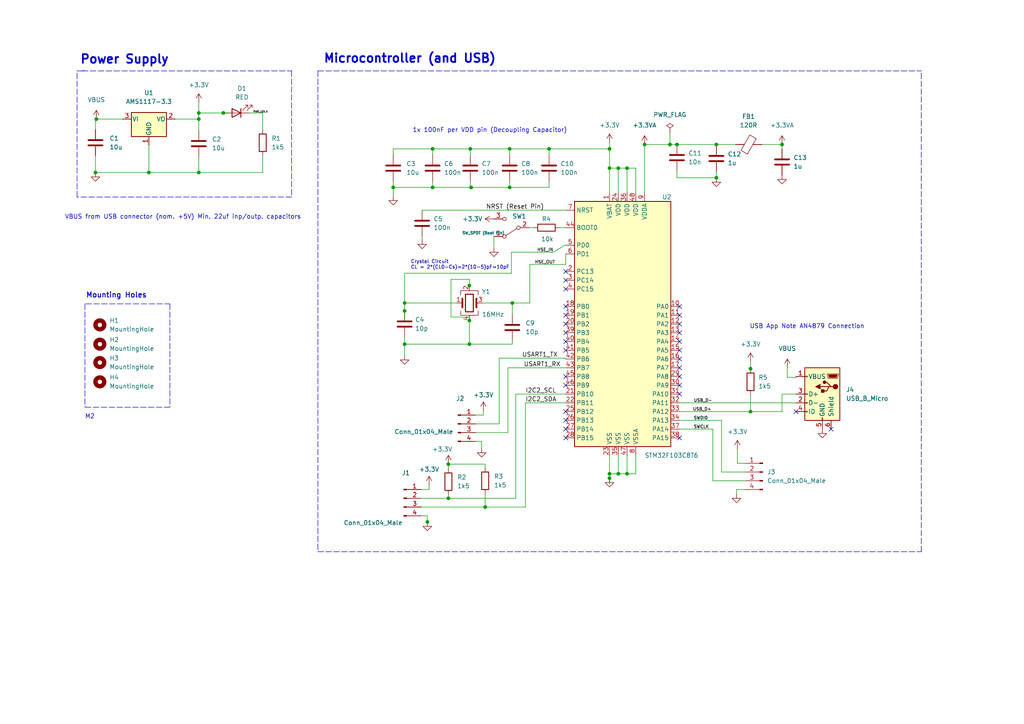
<source format=kicad_sch>
(kicad_sch (version 20211123) (generator eeschema)

  (uuid 3e874082-844a-4fed-88ff-683ca568b0fc)

  (paper "A4")

  (title_block
    (title "STM32 BSC SCHM")
    (date "2022-10-03")
    (rev "0.1")
    (company "Felix Filipi")
  )

  (lib_symbols
    (symbol "Connector:Conn_01x04_Male" (pin_names (offset 1.016) hide) (in_bom yes) (on_board yes)
      (property "Reference" "J" (id 0) (at 0 5.08 0)
        (effects (font (size 1.27 1.27)))
      )
      (property "Value" "Conn_01x04_Male" (id 1) (at 0 -7.62 0)
        (effects (font (size 1.27 1.27)))
      )
      (property "Footprint" "" (id 2) (at 0 0 0)
        (effects (font (size 1.27 1.27)) hide)
      )
      (property "Datasheet" "~" (id 3) (at 0 0 0)
        (effects (font (size 1.27 1.27)) hide)
      )
      (property "ki_keywords" "connector" (id 4) (at 0 0 0)
        (effects (font (size 1.27 1.27)) hide)
      )
      (property "ki_description" "Generic connector, single row, 01x04, script generated (kicad-library-utils/schlib/autogen/connector/)" (id 5) (at 0 0 0)
        (effects (font (size 1.27 1.27)) hide)
      )
      (property "ki_fp_filters" "Connector*:*_1x??_*" (id 6) (at 0 0 0)
        (effects (font (size 1.27 1.27)) hide)
      )
      (symbol "Conn_01x04_Male_1_1"
        (polyline
          (pts
            (xy 1.27 -5.08)
            (xy 0.8636 -5.08)
          )
          (stroke (width 0.1524) (type default) (color 0 0 0 0))
          (fill (type none))
        )
        (polyline
          (pts
            (xy 1.27 -2.54)
            (xy 0.8636 -2.54)
          )
          (stroke (width 0.1524) (type default) (color 0 0 0 0))
          (fill (type none))
        )
        (polyline
          (pts
            (xy 1.27 0)
            (xy 0.8636 0)
          )
          (stroke (width 0.1524) (type default) (color 0 0 0 0))
          (fill (type none))
        )
        (polyline
          (pts
            (xy 1.27 2.54)
            (xy 0.8636 2.54)
          )
          (stroke (width 0.1524) (type default) (color 0 0 0 0))
          (fill (type none))
        )
        (rectangle (start 0.8636 -4.953) (end 0 -5.207)
          (stroke (width 0.1524) (type default) (color 0 0 0 0))
          (fill (type outline))
        )
        (rectangle (start 0.8636 -2.413) (end 0 -2.667)
          (stroke (width 0.1524) (type default) (color 0 0 0 0))
          (fill (type outline))
        )
        (rectangle (start 0.8636 0.127) (end 0 -0.127)
          (stroke (width 0.1524) (type default) (color 0 0 0 0))
          (fill (type outline))
        )
        (rectangle (start 0.8636 2.667) (end 0 2.413)
          (stroke (width 0.1524) (type default) (color 0 0 0 0))
          (fill (type outline))
        )
        (pin passive line (at 5.08 2.54 180) (length 3.81)
          (name "Pin_1" (effects (font (size 1.27 1.27))))
          (number "1" (effects (font (size 1.27 1.27))))
        )
        (pin passive line (at 5.08 0 180) (length 3.81)
          (name "Pin_2" (effects (font (size 1.27 1.27))))
          (number "2" (effects (font (size 1.27 1.27))))
        )
        (pin passive line (at 5.08 -2.54 180) (length 3.81)
          (name "Pin_3" (effects (font (size 1.27 1.27))))
          (number "3" (effects (font (size 1.27 1.27))))
        )
        (pin passive line (at 5.08 -5.08 180) (length 3.81)
          (name "Pin_4" (effects (font (size 1.27 1.27))))
          (number "4" (effects (font (size 1.27 1.27))))
        )
      )
    )
    (symbol "Connector:USB_B_Micro" (pin_names (offset 1.016)) (in_bom yes) (on_board yes)
      (property "Reference" "J" (id 0) (at -5.08 11.43 0)
        (effects (font (size 1.27 1.27)) (justify left))
      )
      (property "Value" "USB_B_Micro" (id 1) (at -5.08 8.89 0)
        (effects (font (size 1.27 1.27)) (justify left))
      )
      (property "Footprint" "" (id 2) (at 3.81 -1.27 0)
        (effects (font (size 1.27 1.27)) hide)
      )
      (property "Datasheet" "~" (id 3) (at 3.81 -1.27 0)
        (effects (font (size 1.27 1.27)) hide)
      )
      (property "ki_keywords" "connector USB micro" (id 4) (at 0 0 0)
        (effects (font (size 1.27 1.27)) hide)
      )
      (property "ki_description" "USB Micro Type B connector" (id 5) (at 0 0 0)
        (effects (font (size 1.27 1.27)) hide)
      )
      (property "ki_fp_filters" "USB*" (id 6) (at 0 0 0)
        (effects (font (size 1.27 1.27)) hide)
      )
      (symbol "USB_B_Micro_0_1"
        (rectangle (start -5.08 -7.62) (end 5.08 7.62)
          (stroke (width 0.254) (type default) (color 0 0 0 0))
          (fill (type background))
        )
        (circle (center -3.81 2.159) (radius 0.635)
          (stroke (width 0.254) (type default) (color 0 0 0 0))
          (fill (type outline))
        )
        (circle (center -0.635 3.429) (radius 0.381)
          (stroke (width 0.254) (type default) (color 0 0 0 0))
          (fill (type outline))
        )
        (rectangle (start -0.127 -7.62) (end 0.127 -6.858)
          (stroke (width 0) (type default) (color 0 0 0 0))
          (fill (type none))
        )
        (polyline
          (pts
            (xy -1.905 2.159)
            (xy 0.635 2.159)
          )
          (stroke (width 0.254) (type default) (color 0 0 0 0))
          (fill (type none))
        )
        (polyline
          (pts
            (xy -3.175 2.159)
            (xy -2.54 2.159)
            (xy -1.27 3.429)
            (xy -0.635 3.429)
          )
          (stroke (width 0.254) (type default) (color 0 0 0 0))
          (fill (type none))
        )
        (polyline
          (pts
            (xy -2.54 2.159)
            (xy -1.905 2.159)
            (xy -1.27 0.889)
            (xy 0 0.889)
          )
          (stroke (width 0.254) (type default) (color 0 0 0 0))
          (fill (type none))
        )
        (polyline
          (pts
            (xy 0.635 2.794)
            (xy 0.635 1.524)
            (xy 1.905 2.159)
            (xy 0.635 2.794)
          )
          (stroke (width 0.254) (type default) (color 0 0 0 0))
          (fill (type outline))
        )
        (polyline
          (pts
            (xy -4.318 5.588)
            (xy -1.778 5.588)
            (xy -2.032 4.826)
            (xy -4.064 4.826)
            (xy -4.318 5.588)
          )
          (stroke (width 0) (type default) (color 0 0 0 0))
          (fill (type outline))
        )
        (polyline
          (pts
            (xy -4.699 5.842)
            (xy -4.699 5.588)
            (xy -4.445 4.826)
            (xy -4.445 4.572)
            (xy -1.651 4.572)
            (xy -1.651 4.826)
            (xy -1.397 5.588)
            (xy -1.397 5.842)
            (xy -4.699 5.842)
          )
          (stroke (width 0) (type default) (color 0 0 0 0))
          (fill (type none))
        )
        (rectangle (start 0.254 1.27) (end -0.508 0.508)
          (stroke (width 0.254) (type default) (color 0 0 0 0))
          (fill (type outline))
        )
        (rectangle (start 5.08 -5.207) (end 4.318 -4.953)
          (stroke (width 0) (type default) (color 0 0 0 0))
          (fill (type none))
        )
        (rectangle (start 5.08 -2.667) (end 4.318 -2.413)
          (stroke (width 0) (type default) (color 0 0 0 0))
          (fill (type none))
        )
        (rectangle (start 5.08 -0.127) (end 4.318 0.127)
          (stroke (width 0) (type default) (color 0 0 0 0))
          (fill (type none))
        )
        (rectangle (start 5.08 4.953) (end 4.318 5.207)
          (stroke (width 0) (type default) (color 0 0 0 0))
          (fill (type none))
        )
      )
      (symbol "USB_B_Micro_1_1"
        (pin power_out line (at 7.62 5.08 180) (length 2.54)
          (name "VBUS" (effects (font (size 1.27 1.27))))
          (number "1" (effects (font (size 1.27 1.27))))
        )
        (pin bidirectional line (at 7.62 -2.54 180) (length 2.54)
          (name "D-" (effects (font (size 1.27 1.27))))
          (number "2" (effects (font (size 1.27 1.27))))
        )
        (pin bidirectional line (at 7.62 0 180) (length 2.54)
          (name "D+" (effects (font (size 1.27 1.27))))
          (number "3" (effects (font (size 1.27 1.27))))
        )
        (pin passive line (at 7.62 -5.08 180) (length 2.54)
          (name "ID" (effects (font (size 1.27 1.27))))
          (number "4" (effects (font (size 1.27 1.27))))
        )
        (pin power_out line (at 0 -10.16 90) (length 2.54)
          (name "GND" (effects (font (size 1.27 1.27))))
          (number "5" (effects (font (size 1.27 1.27))))
        )
        (pin passive line (at -2.54 -10.16 90) (length 2.54)
          (name "Shield" (effects (font (size 1.27 1.27))))
          (number "6" (effects (font (size 1.27 1.27))))
        )
      )
    )
    (symbol "Device:C" (pin_numbers hide) (pin_names (offset 0.254)) (in_bom yes) (on_board yes)
      (property "Reference" "C" (id 0) (at 0.635 2.54 0)
        (effects (font (size 1.27 1.27)) (justify left))
      )
      (property "Value" "C" (id 1) (at 0.635 -2.54 0)
        (effects (font (size 1.27 1.27)) (justify left))
      )
      (property "Footprint" "" (id 2) (at 0.9652 -3.81 0)
        (effects (font (size 1.27 1.27)) hide)
      )
      (property "Datasheet" "~" (id 3) (at 0 0 0)
        (effects (font (size 1.27 1.27)) hide)
      )
      (property "ki_keywords" "cap capacitor" (id 4) (at 0 0 0)
        (effects (font (size 1.27 1.27)) hide)
      )
      (property "ki_description" "Unpolarized capacitor" (id 5) (at 0 0 0)
        (effects (font (size 1.27 1.27)) hide)
      )
      (property "ki_fp_filters" "C_*" (id 6) (at 0 0 0)
        (effects (font (size 1.27 1.27)) hide)
      )
      (symbol "C_0_1"
        (polyline
          (pts
            (xy -2.032 -0.762)
            (xy 2.032 -0.762)
          )
          (stroke (width 0.508) (type default) (color 0 0 0 0))
          (fill (type none))
        )
        (polyline
          (pts
            (xy -2.032 0.762)
            (xy 2.032 0.762)
          )
          (stroke (width 0.508) (type default) (color 0 0 0 0))
          (fill (type none))
        )
      )
      (symbol "C_1_1"
        (pin passive line (at 0 3.81 270) (length 2.794)
          (name "~" (effects (font (size 1.27 1.27))))
          (number "1" (effects (font (size 1.27 1.27))))
        )
        (pin passive line (at 0 -3.81 90) (length 2.794)
          (name "~" (effects (font (size 1.27 1.27))))
          (number "2" (effects (font (size 1.27 1.27))))
        )
      )
    )
    (symbol "Device:Crystal_GND24" (pin_names (offset 1.016) hide) (in_bom yes) (on_board yes)
      (property "Reference" "Y" (id 0) (at 3.175 5.08 0)
        (effects (font (size 1.27 1.27)) (justify left))
      )
      (property "Value" "Crystal_GND24" (id 1) (at 3.175 3.175 0)
        (effects (font (size 1.27 1.27)) (justify left))
      )
      (property "Footprint" "" (id 2) (at 0 0 0)
        (effects (font (size 1.27 1.27)) hide)
      )
      (property "Datasheet" "~" (id 3) (at 0 0 0)
        (effects (font (size 1.27 1.27)) hide)
      )
      (property "ki_keywords" "quartz ceramic resonator oscillator" (id 4) (at 0 0 0)
        (effects (font (size 1.27 1.27)) hide)
      )
      (property "ki_description" "Four pin crystal, GND on pins 2 and 4" (id 5) (at 0 0 0)
        (effects (font (size 1.27 1.27)) hide)
      )
      (property "ki_fp_filters" "Crystal*" (id 6) (at 0 0 0)
        (effects (font (size 1.27 1.27)) hide)
      )
      (symbol "Crystal_GND24_0_1"
        (rectangle (start -1.143 2.54) (end 1.143 -2.54)
          (stroke (width 0.3048) (type default) (color 0 0 0 0))
          (fill (type none))
        )
        (polyline
          (pts
            (xy -2.54 0)
            (xy -2.032 0)
          )
          (stroke (width 0) (type default) (color 0 0 0 0))
          (fill (type none))
        )
        (polyline
          (pts
            (xy -2.032 -1.27)
            (xy -2.032 1.27)
          )
          (stroke (width 0.508) (type default) (color 0 0 0 0))
          (fill (type none))
        )
        (polyline
          (pts
            (xy 0 -3.81)
            (xy 0 -3.556)
          )
          (stroke (width 0) (type default) (color 0 0 0 0))
          (fill (type none))
        )
        (polyline
          (pts
            (xy 0 3.556)
            (xy 0 3.81)
          )
          (stroke (width 0) (type default) (color 0 0 0 0))
          (fill (type none))
        )
        (polyline
          (pts
            (xy 2.032 -1.27)
            (xy 2.032 1.27)
          )
          (stroke (width 0.508) (type default) (color 0 0 0 0))
          (fill (type none))
        )
        (polyline
          (pts
            (xy 2.032 0)
            (xy 2.54 0)
          )
          (stroke (width 0) (type default) (color 0 0 0 0))
          (fill (type none))
        )
        (polyline
          (pts
            (xy -2.54 -2.286)
            (xy -2.54 -3.556)
            (xy 2.54 -3.556)
            (xy 2.54 -2.286)
          )
          (stroke (width 0) (type default) (color 0 0 0 0))
          (fill (type none))
        )
        (polyline
          (pts
            (xy -2.54 2.286)
            (xy -2.54 3.556)
            (xy 2.54 3.556)
            (xy 2.54 2.286)
          )
          (stroke (width 0) (type default) (color 0 0 0 0))
          (fill (type none))
        )
      )
      (symbol "Crystal_GND24_1_1"
        (pin passive line (at -3.81 0 0) (length 1.27)
          (name "1" (effects (font (size 1.27 1.27))))
          (number "1" (effects (font (size 1.27 1.27))))
        )
        (pin passive line (at 0 5.08 270) (length 1.27)
          (name "2" (effects (font (size 1.27 1.27))))
          (number "2" (effects (font (size 1.27 1.27))))
        )
        (pin passive line (at 3.81 0 180) (length 1.27)
          (name "3" (effects (font (size 1.27 1.27))))
          (number "3" (effects (font (size 1.27 1.27))))
        )
        (pin passive line (at 0 -5.08 90) (length 1.27)
          (name "4" (effects (font (size 1.27 1.27))))
          (number "4" (effects (font (size 1.27 1.27))))
        )
      )
    )
    (symbol "Device:FerriteBead" (pin_numbers hide) (pin_names (offset 0)) (in_bom yes) (on_board yes)
      (property "Reference" "FB" (id 0) (at -3.81 0.635 90)
        (effects (font (size 1.27 1.27)))
      )
      (property "Value" "FerriteBead" (id 1) (at 3.81 0 90)
        (effects (font (size 1.27 1.27)))
      )
      (property "Footprint" "" (id 2) (at -1.778 0 90)
        (effects (font (size 1.27 1.27)) hide)
      )
      (property "Datasheet" "~" (id 3) (at 0 0 0)
        (effects (font (size 1.27 1.27)) hide)
      )
      (property "ki_keywords" "L ferrite bead inductor filter" (id 4) (at 0 0 0)
        (effects (font (size 1.27 1.27)) hide)
      )
      (property "ki_description" "Ferrite bead" (id 5) (at 0 0 0)
        (effects (font (size 1.27 1.27)) hide)
      )
      (property "ki_fp_filters" "Inductor_* L_* *Ferrite*" (id 6) (at 0 0 0)
        (effects (font (size 1.27 1.27)) hide)
      )
      (symbol "FerriteBead_0_1"
        (polyline
          (pts
            (xy 0 -1.27)
            (xy 0 -1.2192)
          )
          (stroke (width 0) (type default) (color 0 0 0 0))
          (fill (type none))
        )
        (polyline
          (pts
            (xy 0 1.27)
            (xy 0 1.2954)
          )
          (stroke (width 0) (type default) (color 0 0 0 0))
          (fill (type none))
        )
        (polyline
          (pts
            (xy -2.7686 0.4064)
            (xy -1.7018 2.2606)
            (xy 2.7686 -0.3048)
            (xy 1.6764 -2.159)
            (xy -2.7686 0.4064)
          )
          (stroke (width 0) (type default) (color 0 0 0 0))
          (fill (type none))
        )
      )
      (symbol "FerriteBead_1_1"
        (pin passive line (at 0 3.81 270) (length 2.54)
          (name "~" (effects (font (size 1.27 1.27))))
          (number "1" (effects (font (size 1.27 1.27))))
        )
        (pin passive line (at 0 -3.81 90) (length 2.54)
          (name "~" (effects (font (size 1.27 1.27))))
          (number "2" (effects (font (size 1.27 1.27))))
        )
      )
    )
    (symbol "Device:LED" (pin_numbers hide) (pin_names (offset 1.016) hide) (in_bom yes) (on_board yes)
      (property "Reference" "D" (id 0) (at 0 2.54 0)
        (effects (font (size 1.27 1.27)))
      )
      (property "Value" "LED" (id 1) (at 0 -2.54 0)
        (effects (font (size 1.27 1.27)))
      )
      (property "Footprint" "" (id 2) (at 0 0 0)
        (effects (font (size 1.27 1.27)) hide)
      )
      (property "Datasheet" "~" (id 3) (at 0 0 0)
        (effects (font (size 1.27 1.27)) hide)
      )
      (property "ki_keywords" "LED diode" (id 4) (at 0 0 0)
        (effects (font (size 1.27 1.27)) hide)
      )
      (property "ki_description" "Light emitting diode" (id 5) (at 0 0 0)
        (effects (font (size 1.27 1.27)) hide)
      )
      (property "ki_fp_filters" "LED* LED_SMD:* LED_THT:*" (id 6) (at 0 0 0)
        (effects (font (size 1.27 1.27)) hide)
      )
      (symbol "LED_0_1"
        (polyline
          (pts
            (xy -1.27 -1.27)
            (xy -1.27 1.27)
          )
          (stroke (width 0.254) (type default) (color 0 0 0 0))
          (fill (type none))
        )
        (polyline
          (pts
            (xy -1.27 0)
            (xy 1.27 0)
          )
          (stroke (width 0) (type default) (color 0 0 0 0))
          (fill (type none))
        )
        (polyline
          (pts
            (xy 1.27 -1.27)
            (xy 1.27 1.27)
            (xy -1.27 0)
            (xy 1.27 -1.27)
          )
          (stroke (width 0.254) (type default) (color 0 0 0 0))
          (fill (type none))
        )
        (polyline
          (pts
            (xy -3.048 -0.762)
            (xy -4.572 -2.286)
            (xy -3.81 -2.286)
            (xy -4.572 -2.286)
            (xy -4.572 -1.524)
          )
          (stroke (width 0) (type default) (color 0 0 0 0))
          (fill (type none))
        )
        (polyline
          (pts
            (xy -1.778 -0.762)
            (xy -3.302 -2.286)
            (xy -2.54 -2.286)
            (xy -3.302 -2.286)
            (xy -3.302 -1.524)
          )
          (stroke (width 0) (type default) (color 0 0 0 0))
          (fill (type none))
        )
      )
      (symbol "LED_1_1"
        (pin passive line (at -3.81 0 0) (length 2.54)
          (name "K" (effects (font (size 1.27 1.27))))
          (number "1" (effects (font (size 1.27 1.27))))
        )
        (pin passive line (at 3.81 0 180) (length 2.54)
          (name "A" (effects (font (size 1.27 1.27))))
          (number "2" (effects (font (size 1.27 1.27))))
        )
      )
    )
    (symbol "Device:R" (pin_numbers hide) (pin_names (offset 0)) (in_bom yes) (on_board yes)
      (property "Reference" "R" (id 0) (at 2.032 0 90)
        (effects (font (size 1.27 1.27)))
      )
      (property "Value" "R" (id 1) (at 0 0 90)
        (effects (font (size 1.27 1.27)))
      )
      (property "Footprint" "" (id 2) (at -1.778 0 90)
        (effects (font (size 1.27 1.27)) hide)
      )
      (property "Datasheet" "~" (id 3) (at 0 0 0)
        (effects (font (size 1.27 1.27)) hide)
      )
      (property "ki_keywords" "R res resistor" (id 4) (at 0 0 0)
        (effects (font (size 1.27 1.27)) hide)
      )
      (property "ki_description" "Resistor" (id 5) (at 0 0 0)
        (effects (font (size 1.27 1.27)) hide)
      )
      (property "ki_fp_filters" "R_*" (id 6) (at 0 0 0)
        (effects (font (size 1.27 1.27)) hide)
      )
      (symbol "R_0_1"
        (rectangle (start -1.016 -2.54) (end 1.016 2.54)
          (stroke (width 0.254) (type default) (color 0 0 0 0))
          (fill (type none))
        )
      )
      (symbol "R_1_1"
        (pin passive line (at 0 3.81 270) (length 1.27)
          (name "~" (effects (font (size 1.27 1.27))))
          (number "1" (effects (font (size 1.27 1.27))))
        )
        (pin passive line (at 0 -3.81 90) (length 1.27)
          (name "~" (effects (font (size 1.27 1.27))))
          (number "2" (effects (font (size 1.27 1.27))))
        )
      )
    )
    (symbol "MCU_ST_STM32F1:STM32F103C8Tx" (in_bom yes) (on_board yes)
      (property "Reference" "U" (id 0) (at -15.24 36.83 0)
        (effects (font (size 1.27 1.27)) (justify left))
      )
      (property "Value" "STM32F103C8Tx" (id 1) (at 7.62 36.83 0)
        (effects (font (size 1.27 1.27)) (justify left))
      )
      (property "Footprint" "Package_QFP:LQFP-48_7x7mm_P0.5mm" (id 2) (at -15.24 -35.56 0)
        (effects (font (size 1.27 1.27)) (justify right) hide)
      )
      (property "Datasheet" "http://www.st.com/st-web-ui/static/active/en/resource/technical/document/datasheet/CD00161566.pdf" (id 3) (at 0 0 0)
        (effects (font (size 1.27 1.27)) hide)
      )
      (property "ki_keywords" "ARM Cortex-M3 STM32F1 STM32F103" (id 4) (at 0 0 0)
        (effects (font (size 1.27 1.27)) hide)
      )
      (property "ki_description" "ARM Cortex-M3 MCU, 64KB flash, 20KB RAM, 72MHz, 2-3.6V, 37 GPIO, LQFP-48" (id 5) (at 0 0 0)
        (effects (font (size 1.27 1.27)) hide)
      )
      (property "ki_fp_filters" "LQFP*7x7mm*P0.5mm*" (id 6) (at 0 0 0)
        (effects (font (size 1.27 1.27)) hide)
      )
      (symbol "STM32F103C8Tx_0_1"
        (rectangle (start -15.24 -35.56) (end 12.7 35.56)
          (stroke (width 0.254) (type default) (color 0 0 0 0))
          (fill (type background))
        )
      )
      (symbol "STM32F103C8Tx_1_1"
        (pin power_in line (at -5.08 38.1 270) (length 2.54)
          (name "VBAT" (effects (font (size 1.27 1.27))))
          (number "1" (effects (font (size 1.27 1.27))))
        )
        (pin bidirectional line (at 15.24 5.08 180) (length 2.54)
          (name "PA0" (effects (font (size 1.27 1.27))))
          (number "10" (effects (font (size 1.27 1.27))))
        )
        (pin bidirectional line (at 15.24 2.54 180) (length 2.54)
          (name "PA1" (effects (font (size 1.27 1.27))))
          (number "11" (effects (font (size 1.27 1.27))))
        )
        (pin bidirectional line (at 15.24 0 180) (length 2.54)
          (name "PA2" (effects (font (size 1.27 1.27))))
          (number "12" (effects (font (size 1.27 1.27))))
        )
        (pin bidirectional line (at 15.24 -2.54 180) (length 2.54)
          (name "PA3" (effects (font (size 1.27 1.27))))
          (number "13" (effects (font (size 1.27 1.27))))
        )
        (pin bidirectional line (at 15.24 -5.08 180) (length 2.54)
          (name "PA4" (effects (font (size 1.27 1.27))))
          (number "14" (effects (font (size 1.27 1.27))))
        )
        (pin bidirectional line (at 15.24 -7.62 180) (length 2.54)
          (name "PA5" (effects (font (size 1.27 1.27))))
          (number "15" (effects (font (size 1.27 1.27))))
        )
        (pin bidirectional line (at 15.24 -10.16 180) (length 2.54)
          (name "PA6" (effects (font (size 1.27 1.27))))
          (number "16" (effects (font (size 1.27 1.27))))
        )
        (pin bidirectional line (at 15.24 -12.7 180) (length 2.54)
          (name "PA7" (effects (font (size 1.27 1.27))))
          (number "17" (effects (font (size 1.27 1.27))))
        )
        (pin bidirectional line (at -17.78 5.08 0) (length 2.54)
          (name "PB0" (effects (font (size 1.27 1.27))))
          (number "18" (effects (font (size 1.27 1.27))))
        )
        (pin bidirectional line (at -17.78 2.54 0) (length 2.54)
          (name "PB1" (effects (font (size 1.27 1.27))))
          (number "19" (effects (font (size 1.27 1.27))))
        )
        (pin bidirectional line (at -17.78 15.24 0) (length 2.54)
          (name "PC13" (effects (font (size 1.27 1.27))))
          (number "2" (effects (font (size 1.27 1.27))))
        )
        (pin bidirectional line (at -17.78 0 0) (length 2.54)
          (name "PB2" (effects (font (size 1.27 1.27))))
          (number "20" (effects (font (size 1.27 1.27))))
        )
        (pin bidirectional line (at -17.78 -20.32 0) (length 2.54)
          (name "PB10" (effects (font (size 1.27 1.27))))
          (number "21" (effects (font (size 1.27 1.27))))
        )
        (pin bidirectional line (at -17.78 -22.86 0) (length 2.54)
          (name "PB11" (effects (font (size 1.27 1.27))))
          (number "22" (effects (font (size 1.27 1.27))))
        )
        (pin power_in line (at -5.08 -38.1 90) (length 2.54)
          (name "VSS" (effects (font (size 1.27 1.27))))
          (number "23" (effects (font (size 1.27 1.27))))
        )
        (pin power_in line (at -2.54 38.1 270) (length 2.54)
          (name "VDD" (effects (font (size 1.27 1.27))))
          (number "24" (effects (font (size 1.27 1.27))))
        )
        (pin bidirectional line (at -17.78 -25.4 0) (length 2.54)
          (name "PB12" (effects (font (size 1.27 1.27))))
          (number "25" (effects (font (size 1.27 1.27))))
        )
        (pin bidirectional line (at -17.78 -27.94 0) (length 2.54)
          (name "PB13" (effects (font (size 1.27 1.27))))
          (number "26" (effects (font (size 1.27 1.27))))
        )
        (pin bidirectional line (at -17.78 -30.48 0) (length 2.54)
          (name "PB14" (effects (font (size 1.27 1.27))))
          (number "27" (effects (font (size 1.27 1.27))))
        )
        (pin bidirectional line (at -17.78 -33.02 0) (length 2.54)
          (name "PB15" (effects (font (size 1.27 1.27))))
          (number "28" (effects (font (size 1.27 1.27))))
        )
        (pin bidirectional line (at 15.24 -15.24 180) (length 2.54)
          (name "PA8" (effects (font (size 1.27 1.27))))
          (number "29" (effects (font (size 1.27 1.27))))
        )
        (pin bidirectional line (at -17.78 12.7 0) (length 2.54)
          (name "PC14" (effects (font (size 1.27 1.27))))
          (number "3" (effects (font (size 1.27 1.27))))
        )
        (pin bidirectional line (at 15.24 -17.78 180) (length 2.54)
          (name "PA9" (effects (font (size 1.27 1.27))))
          (number "30" (effects (font (size 1.27 1.27))))
        )
        (pin bidirectional line (at 15.24 -20.32 180) (length 2.54)
          (name "PA10" (effects (font (size 1.27 1.27))))
          (number "31" (effects (font (size 1.27 1.27))))
        )
        (pin bidirectional line (at 15.24 -22.86 180) (length 2.54)
          (name "PA11" (effects (font (size 1.27 1.27))))
          (number "32" (effects (font (size 1.27 1.27))))
        )
        (pin bidirectional line (at 15.24 -25.4 180) (length 2.54)
          (name "PA12" (effects (font (size 1.27 1.27))))
          (number "33" (effects (font (size 1.27 1.27))))
        )
        (pin bidirectional line (at 15.24 -27.94 180) (length 2.54)
          (name "PA13" (effects (font (size 1.27 1.27))))
          (number "34" (effects (font (size 1.27 1.27))))
        )
        (pin power_in line (at -2.54 -38.1 90) (length 2.54)
          (name "VSS" (effects (font (size 1.27 1.27))))
          (number "35" (effects (font (size 1.27 1.27))))
        )
        (pin power_in line (at 0 38.1 270) (length 2.54)
          (name "VDD" (effects (font (size 1.27 1.27))))
          (number "36" (effects (font (size 1.27 1.27))))
        )
        (pin bidirectional line (at 15.24 -30.48 180) (length 2.54)
          (name "PA14" (effects (font (size 1.27 1.27))))
          (number "37" (effects (font (size 1.27 1.27))))
        )
        (pin bidirectional line (at 15.24 -33.02 180) (length 2.54)
          (name "PA15" (effects (font (size 1.27 1.27))))
          (number "38" (effects (font (size 1.27 1.27))))
        )
        (pin bidirectional line (at -17.78 -2.54 0) (length 2.54)
          (name "PB3" (effects (font (size 1.27 1.27))))
          (number "39" (effects (font (size 1.27 1.27))))
        )
        (pin bidirectional line (at -17.78 10.16 0) (length 2.54)
          (name "PC15" (effects (font (size 1.27 1.27))))
          (number "4" (effects (font (size 1.27 1.27))))
        )
        (pin bidirectional line (at -17.78 -5.08 0) (length 2.54)
          (name "PB4" (effects (font (size 1.27 1.27))))
          (number "40" (effects (font (size 1.27 1.27))))
        )
        (pin bidirectional line (at -17.78 -7.62 0) (length 2.54)
          (name "PB5" (effects (font (size 1.27 1.27))))
          (number "41" (effects (font (size 1.27 1.27))))
        )
        (pin bidirectional line (at -17.78 -10.16 0) (length 2.54)
          (name "PB6" (effects (font (size 1.27 1.27))))
          (number "42" (effects (font (size 1.27 1.27))))
        )
        (pin bidirectional line (at -17.78 -12.7 0) (length 2.54)
          (name "PB7" (effects (font (size 1.27 1.27))))
          (number "43" (effects (font (size 1.27 1.27))))
        )
        (pin input line (at -17.78 27.94 0) (length 2.54)
          (name "BOOT0" (effects (font (size 1.27 1.27))))
          (number "44" (effects (font (size 1.27 1.27))))
        )
        (pin bidirectional line (at -17.78 -15.24 0) (length 2.54)
          (name "PB8" (effects (font (size 1.27 1.27))))
          (number "45" (effects (font (size 1.27 1.27))))
        )
        (pin bidirectional line (at -17.78 -17.78 0) (length 2.54)
          (name "PB9" (effects (font (size 1.27 1.27))))
          (number "46" (effects (font (size 1.27 1.27))))
        )
        (pin power_in line (at 0 -38.1 90) (length 2.54)
          (name "VSS" (effects (font (size 1.27 1.27))))
          (number "47" (effects (font (size 1.27 1.27))))
        )
        (pin power_in line (at 2.54 38.1 270) (length 2.54)
          (name "VDD" (effects (font (size 1.27 1.27))))
          (number "48" (effects (font (size 1.27 1.27))))
        )
        (pin input line (at -17.78 22.86 0) (length 2.54)
          (name "PD0" (effects (font (size 1.27 1.27))))
          (number "5" (effects (font (size 1.27 1.27))))
        )
        (pin input line (at -17.78 20.32 0) (length 2.54)
          (name "PD1" (effects (font (size 1.27 1.27))))
          (number "6" (effects (font (size 1.27 1.27))))
        )
        (pin input line (at -17.78 33.02 0) (length 2.54)
          (name "NRST" (effects (font (size 1.27 1.27))))
          (number "7" (effects (font (size 1.27 1.27))))
        )
        (pin power_in line (at 2.54 -38.1 90) (length 2.54)
          (name "VSSA" (effects (font (size 1.27 1.27))))
          (number "8" (effects (font (size 1.27 1.27))))
        )
        (pin power_in line (at 5.08 38.1 270) (length 2.54)
          (name "VDDA" (effects (font (size 1.27 1.27))))
          (number "9" (effects (font (size 1.27 1.27))))
        )
      )
    )
    (symbol "Mechanical:MountingHole" (pin_names (offset 1.016)) (in_bom yes) (on_board yes)
      (property "Reference" "H" (id 0) (at 0 5.08 0)
        (effects (font (size 1.27 1.27)))
      )
      (property "Value" "MountingHole" (id 1) (at 0 3.175 0)
        (effects (font (size 1.27 1.27)))
      )
      (property "Footprint" "" (id 2) (at 0 0 0)
        (effects (font (size 1.27 1.27)) hide)
      )
      (property "Datasheet" "~" (id 3) (at 0 0 0)
        (effects (font (size 1.27 1.27)) hide)
      )
      (property "ki_keywords" "mounting hole" (id 4) (at 0 0 0)
        (effects (font (size 1.27 1.27)) hide)
      )
      (property "ki_description" "Mounting Hole without connection" (id 5) (at 0 0 0)
        (effects (font (size 1.27 1.27)) hide)
      )
      (property "ki_fp_filters" "MountingHole*" (id 6) (at 0 0 0)
        (effects (font (size 1.27 1.27)) hide)
      )
      (symbol "MountingHole_0_1"
        (circle (center 0 0) (radius 1.27)
          (stroke (width 1.27) (type default) (color 0 0 0 0))
          (fill (type none))
        )
      )
    )
    (symbol "Regulator_Linear:AMS1117-3.3" (pin_names (offset 0.254)) (in_bom yes) (on_board yes)
      (property "Reference" "U" (id 0) (at -3.81 3.175 0)
        (effects (font (size 1.27 1.27)))
      )
      (property "Value" "AMS1117-3.3" (id 1) (at 0 3.175 0)
        (effects (font (size 1.27 1.27)) (justify left))
      )
      (property "Footprint" "Package_TO_SOT_SMD:SOT-223-3_TabPin2" (id 2) (at 0 5.08 0)
        (effects (font (size 1.27 1.27)) hide)
      )
      (property "Datasheet" "http://www.advanced-monolithic.com/pdf/ds1117.pdf" (id 3) (at 2.54 -6.35 0)
        (effects (font (size 1.27 1.27)) hide)
      )
      (property "ki_keywords" "linear regulator ldo fixed positive" (id 4) (at 0 0 0)
        (effects (font (size 1.27 1.27)) hide)
      )
      (property "ki_description" "1A Low Dropout regulator, positive, 3.3V fixed output, SOT-223" (id 5) (at 0 0 0)
        (effects (font (size 1.27 1.27)) hide)
      )
      (property "ki_fp_filters" "SOT?223*TabPin2*" (id 6) (at 0 0 0)
        (effects (font (size 1.27 1.27)) hide)
      )
      (symbol "AMS1117-3.3_0_1"
        (rectangle (start -5.08 -5.08) (end 5.08 1.905)
          (stroke (width 0.254) (type default) (color 0 0 0 0))
          (fill (type background))
        )
      )
      (symbol "AMS1117-3.3_1_1"
        (pin power_in line (at 0 -7.62 90) (length 2.54)
          (name "GND" (effects (font (size 1.27 1.27))))
          (number "1" (effects (font (size 1.27 1.27))))
        )
        (pin power_out line (at 7.62 0 180) (length 2.54)
          (name "VO" (effects (font (size 1.27 1.27))))
          (number "2" (effects (font (size 1.27 1.27))))
        )
        (pin power_in line (at -7.62 0 0) (length 2.54)
          (name "VI" (effects (font (size 1.27 1.27))))
          (number "3" (effects (font (size 1.27 1.27))))
        )
      )
    )
    (symbol "Switch:SW_SPDT" (pin_names (offset 0) hide) (in_bom yes) (on_board yes)
      (property "Reference" "SW" (id 0) (at 0 4.318 0)
        (effects (font (size 1.27 1.27)))
      )
      (property "Value" "SW_SPDT" (id 1) (at 0 -5.08 0)
        (effects (font (size 1.27 1.27)))
      )
      (property "Footprint" "" (id 2) (at 0 0 0)
        (effects (font (size 1.27 1.27)) hide)
      )
      (property "Datasheet" "~" (id 3) (at 0 0 0)
        (effects (font (size 1.27 1.27)) hide)
      )
      (property "ki_keywords" "switch single-pole double-throw spdt ON-ON" (id 4) (at 0 0 0)
        (effects (font (size 1.27 1.27)) hide)
      )
      (property "ki_description" "Switch, single pole double throw" (id 5) (at 0 0 0)
        (effects (font (size 1.27 1.27)) hide)
      )
      (symbol "SW_SPDT_0_0"
        (circle (center -2.032 0) (radius 0.508)
          (stroke (width 0) (type default) (color 0 0 0 0))
          (fill (type none))
        )
        (circle (center 2.032 -2.54) (radius 0.508)
          (stroke (width 0) (type default) (color 0 0 0 0))
          (fill (type none))
        )
      )
      (symbol "SW_SPDT_0_1"
        (polyline
          (pts
            (xy -1.524 0.254)
            (xy 1.651 2.286)
          )
          (stroke (width 0) (type default) (color 0 0 0 0))
          (fill (type none))
        )
        (circle (center 2.032 2.54) (radius 0.508)
          (stroke (width 0) (type default) (color 0 0 0 0))
          (fill (type none))
        )
      )
      (symbol "SW_SPDT_1_1"
        (pin passive line (at 5.08 2.54 180) (length 2.54)
          (name "A" (effects (font (size 1.27 1.27))))
          (number "1" (effects (font (size 1.27 1.27))))
        )
        (pin passive line (at -5.08 0 0) (length 2.54)
          (name "B" (effects (font (size 1.27 1.27))))
          (number "2" (effects (font (size 1.27 1.27))))
        )
        (pin passive line (at 5.08 -2.54 180) (length 2.54)
          (name "C" (effects (font (size 1.27 1.27))))
          (number "3" (effects (font (size 1.27 1.27))))
        )
      )
    )
    (symbol "power:+3.3V" (power) (pin_names (offset 0)) (in_bom yes) (on_board yes)
      (property "Reference" "#PWR" (id 0) (at 0 -3.81 0)
        (effects (font (size 1.27 1.27)) hide)
      )
      (property "Value" "+3.3V" (id 1) (at 0 3.556 0)
        (effects (font (size 1.27 1.27)))
      )
      (property "Footprint" "" (id 2) (at 0 0 0)
        (effects (font (size 1.27 1.27)) hide)
      )
      (property "Datasheet" "" (id 3) (at 0 0 0)
        (effects (font (size 1.27 1.27)) hide)
      )
      (property "ki_keywords" "power-flag" (id 4) (at 0 0 0)
        (effects (font (size 1.27 1.27)) hide)
      )
      (property "ki_description" "Power symbol creates a global label with name \"+3.3V\"" (id 5) (at 0 0 0)
        (effects (font (size 1.27 1.27)) hide)
      )
      (symbol "+3.3V_0_1"
        (polyline
          (pts
            (xy -0.762 1.27)
            (xy 0 2.54)
          )
          (stroke (width 0) (type default) (color 0 0 0 0))
          (fill (type none))
        )
        (polyline
          (pts
            (xy 0 0)
            (xy 0 2.54)
          )
          (stroke (width 0) (type default) (color 0 0 0 0))
          (fill (type none))
        )
        (polyline
          (pts
            (xy 0 2.54)
            (xy 0.762 1.27)
          )
          (stroke (width 0) (type default) (color 0 0 0 0))
          (fill (type none))
        )
      )
      (symbol "+3.3V_1_1"
        (pin power_in line (at 0 0 90) (length 0) hide
          (name "+3.3V" (effects (font (size 1.27 1.27))))
          (number "1" (effects (font (size 1.27 1.27))))
        )
      )
    )
    (symbol "power:+3.3VA" (power) (pin_names (offset 0)) (in_bom yes) (on_board yes)
      (property "Reference" "#PWR" (id 0) (at 0 -3.81 0)
        (effects (font (size 1.27 1.27)) hide)
      )
      (property "Value" "+3.3VA" (id 1) (at 0 3.556 0)
        (effects (font (size 1.27 1.27)))
      )
      (property "Footprint" "" (id 2) (at 0 0 0)
        (effects (font (size 1.27 1.27)) hide)
      )
      (property "Datasheet" "" (id 3) (at 0 0 0)
        (effects (font (size 1.27 1.27)) hide)
      )
      (property "ki_keywords" "power-flag" (id 4) (at 0 0 0)
        (effects (font (size 1.27 1.27)) hide)
      )
      (property "ki_description" "Power symbol creates a global label with name \"+3.3VA\"" (id 5) (at 0 0 0)
        (effects (font (size 1.27 1.27)) hide)
      )
      (symbol "+3.3VA_0_1"
        (polyline
          (pts
            (xy -0.762 1.27)
            (xy 0 2.54)
          )
          (stroke (width 0) (type default) (color 0 0 0 0))
          (fill (type none))
        )
        (polyline
          (pts
            (xy 0 0)
            (xy 0 2.54)
          )
          (stroke (width 0) (type default) (color 0 0 0 0))
          (fill (type none))
        )
        (polyline
          (pts
            (xy 0 2.54)
            (xy 0.762 1.27)
          )
          (stroke (width 0) (type default) (color 0 0 0 0))
          (fill (type none))
        )
      )
      (symbol "+3.3VA_1_1"
        (pin power_in line (at 0 0 90) (length 0) hide
          (name "+3.3VA" (effects (font (size 1.27 1.27))))
          (number "1" (effects (font (size 1.27 1.27))))
        )
      )
    )
    (symbol "power:GND" (power) (pin_names (offset 0)) (in_bom yes) (on_board yes)
      (property "Reference" "#PWR" (id 0) (at 0 -6.35 0)
        (effects (font (size 1.27 1.27)) hide)
      )
      (property "Value" "GND" (id 1) (at 0 -3.81 0)
        (effects (font (size 1.27 1.27)))
      )
      (property "Footprint" "" (id 2) (at 0 0 0)
        (effects (font (size 1.27 1.27)) hide)
      )
      (property "Datasheet" "" (id 3) (at 0 0 0)
        (effects (font (size 1.27 1.27)) hide)
      )
      (property "ki_keywords" "power-flag" (id 4) (at 0 0 0)
        (effects (font (size 1.27 1.27)) hide)
      )
      (property "ki_description" "Power symbol creates a global label with name \"GND\" , ground" (id 5) (at 0 0 0)
        (effects (font (size 1.27 1.27)) hide)
      )
      (symbol "GND_0_1"
        (polyline
          (pts
            (xy 0 0)
            (xy 0 -1.27)
            (xy 1.27 -1.27)
            (xy 0 -2.54)
            (xy -1.27 -1.27)
            (xy 0 -1.27)
          )
          (stroke (width 0) (type default) (color 0 0 0 0))
          (fill (type none))
        )
      )
      (symbol "GND_1_1"
        (pin power_in line (at 0 0 270) (length 0) hide
          (name "GND" (effects (font (size 1.27 1.27))))
          (number "1" (effects (font (size 1.27 1.27))))
        )
      )
    )
    (symbol "power:PWR_FLAG" (power) (pin_numbers hide) (pin_names (offset 0) hide) (in_bom yes) (on_board yes)
      (property "Reference" "#FLG" (id 0) (at 0 1.905 0)
        (effects (font (size 1.27 1.27)) hide)
      )
      (property "Value" "PWR_FLAG" (id 1) (at 0 3.81 0)
        (effects (font (size 1.27 1.27)))
      )
      (property "Footprint" "" (id 2) (at 0 0 0)
        (effects (font (size 1.27 1.27)) hide)
      )
      (property "Datasheet" "~" (id 3) (at 0 0 0)
        (effects (font (size 1.27 1.27)) hide)
      )
      (property "ki_keywords" "power-flag" (id 4) (at 0 0 0)
        (effects (font (size 1.27 1.27)) hide)
      )
      (property "ki_description" "Special symbol for telling ERC where power comes from" (id 5) (at 0 0 0)
        (effects (font (size 1.27 1.27)) hide)
      )
      (symbol "PWR_FLAG_0_0"
        (pin power_out line (at 0 0 90) (length 0)
          (name "pwr" (effects (font (size 1.27 1.27))))
          (number "1" (effects (font (size 1.27 1.27))))
        )
      )
      (symbol "PWR_FLAG_0_1"
        (polyline
          (pts
            (xy 0 0)
            (xy 0 1.27)
            (xy -1.016 1.905)
            (xy 0 2.54)
            (xy 1.016 1.905)
            (xy 0 1.27)
          )
          (stroke (width 0) (type default) (color 0 0 0 0))
          (fill (type none))
        )
      )
    )
    (symbol "power:VBUS" (power) (pin_names (offset 0)) (in_bom yes) (on_board yes)
      (property "Reference" "#PWR" (id 0) (at 0 -3.81 0)
        (effects (font (size 1.27 1.27)) hide)
      )
      (property "Value" "VBUS" (id 1) (at 0 3.81 0)
        (effects (font (size 1.27 1.27)))
      )
      (property "Footprint" "" (id 2) (at 0 0 0)
        (effects (font (size 1.27 1.27)) hide)
      )
      (property "Datasheet" "" (id 3) (at 0 0 0)
        (effects (font (size 1.27 1.27)) hide)
      )
      (property "ki_keywords" "power-flag" (id 4) (at 0 0 0)
        (effects (font (size 1.27 1.27)) hide)
      )
      (property "ki_description" "Power symbol creates a global label with name \"VBUS\"" (id 5) (at 0 0 0)
        (effects (font (size 1.27 1.27)) hide)
      )
      (symbol "VBUS_0_1"
        (polyline
          (pts
            (xy -0.762 1.27)
            (xy 0 2.54)
          )
          (stroke (width 0) (type default) (color 0 0 0 0))
          (fill (type none))
        )
        (polyline
          (pts
            (xy 0 0)
            (xy 0 2.54)
          )
          (stroke (width 0) (type default) (color 0 0 0 0))
          (fill (type none))
        )
        (polyline
          (pts
            (xy 0 2.54)
            (xy 0.762 1.27)
          )
          (stroke (width 0) (type default) (color 0 0 0 0))
          (fill (type none))
        )
      )
      (symbol "VBUS_1_1"
        (pin power_in line (at 0 0 90) (length 0) hide
          (name "VBUS" (effects (font (size 1.27 1.27))))
          (number "1" (effects (font (size 1.27 1.27))))
        )
      )
    )
  )

  (junction (at 176.784 137.414) (diameter 0) (color 0 0 0 0)
    (uuid 0e6e9157-f0d5-4330-9e0f-e62b744b55b8)
  )
  (junction (at 57.658 32.766) (diameter 0) (color 0 0 0 0)
    (uuid 179ea18a-6458-41c3-aade-1de10c41afb9)
  )
  (junction (at 117.348 99.822) (diameter 0) (color 0 0 0 0)
    (uuid 24cf7169-191b-4e21-83d2-835d95d98b9d)
  )
  (junction (at 130.048 134.62) (diameter 0) (color 0 0 0 0)
    (uuid 2cabb2b1-2216-43b1-bc3e-48a09f52ee47)
  )
  (junction (at 27.686 50.038) (diameter 0) (color 0 0 0 0)
    (uuid 370c8b82-3929-41a5-b243-7e7274da8a9f)
  )
  (junction (at 130.048 144.526) (diameter 0) (color 0 0 0 0)
    (uuid 3b2cede6-a091-42e2-b6b5-1dbdb2ecc64d)
  )
  (junction (at 186.944 41.91) (diameter 0) (color 0 0 0 0)
    (uuid 3c7c1810-c6dd-4258-93e9-21f1c5710089)
  )
  (junction (at 125.476 43.18) (diameter 0) (color 0 0 0 0)
    (uuid 40422e7d-13d9-466a-b808-96d8d081b8de)
  )
  (junction (at 148.59 87.884) (diameter 0) (color 0 0 0 0)
    (uuid 4458a0f4-d3cf-4abe-92dd-9eb06edace65)
  )
  (junction (at 181.864 48.768) (diameter 0) (color 0 0 0 0)
    (uuid 4fa2ea91-b118-4521-ac59-272f4d198559)
  )
  (junction (at 117.348 87.884) (diameter 0) (color 0 0 0 0)
    (uuid 536a7144-4d08-4cd4-85e9-c31dfdc5e6e5)
  )
  (junction (at 147.828 54.356) (diameter 0) (color 0 0 0 0)
    (uuid 53f5a125-d00a-4098-b0d9-3797857b3a85)
  )
  (junction (at 117.348 90.17) (diameter 0) (color 0 0 0 0)
    (uuid 55d58e41-3675-49c9-b1d2-071d89f338a9)
  )
  (junction (at 147.828 43.18) (diameter 0) (color 0 0 0 0)
    (uuid 57318c9b-e0f0-4672-b60b-225751f04a0d)
  )
  (junction (at 159.258 43.18) (diameter 0) (color 0 0 0 0)
    (uuid 5ec2ee34-9b0e-4c66-a08e-f7586ca9a3e0)
  )
  (junction (at 179.324 48.768) (diameter 0) (color 0 0 0 0)
    (uuid 627af81a-1b28-454b-b814-21ab7125e418)
  )
  (junction (at 57.658 34.544) (diameter 0) (color 0 0 0 0)
    (uuid 70a334e0-1fc2-4a08-8509-f8c0b80ede43)
  )
  (junction (at 136.144 92.964) (diameter 0) (color 0 0 0 0)
    (uuid 71764603-41a1-4eb0-9571-3d2afb447d44)
  )
  (junction (at 43.18 50.038) (diameter 0) (color 0 0 0 0)
    (uuid 764534e5-07e7-49b8-83cb-cce4e7ff54ac)
  )
  (junction (at 226.822 41.91) (diameter 0) (color 0 0 0 0)
    (uuid 77e29d7e-9c61-43b4-917f-1fb7a6f993b1)
  )
  (junction (at 57.658 50.038) (diameter 0) (color 0 0 0 0)
    (uuid 784a5be6-aa46-4254-990b-36ee975fefe8)
  )
  (junction (at 125.476 54.356) (diameter 0) (color 0 0 0 0)
    (uuid 8449719c-cd66-48a0-9fcf-2f6b5f2bcbc3)
  )
  (junction (at 114.046 54.356) (diameter 0) (color 0 0 0 0)
    (uuid 84c2a1cf-96e5-4730-910e-aa31e4f1b321)
  )
  (junction (at 179.324 137.414) (diameter 0) (color 0 0 0 0)
    (uuid 881ee194-4844-406d-93cd-e87a24834962)
  )
  (junction (at 176.784 43.18) (diameter 0) (color 0 0 0 0)
    (uuid 8f7eb986-4771-4ca0-9054-6154306bdd85)
  )
  (junction (at 217.678 119.38) (diameter 0) (color 0 0 0 0)
    (uuid 900a0955-2872-41d4-99fa-41ca1a607dcc)
  )
  (junction (at 136.652 54.356) (diameter 0) (color 0 0 0 0)
    (uuid 94b58ec3-2952-4a5d-af73-1667f52e1e36)
  )
  (junction (at 140.716 147.066) (diameter 0) (color 0 0 0 0)
    (uuid 98b12223-fae1-4d70-854e-b28e8eeea33b)
  )
  (junction (at 207.772 51.562) (diameter 0) (color 0 0 0 0)
    (uuid a10df4a8-e555-4b40-a9d3-5f094ed4b515)
  )
  (junction (at 136.144 82.804) (diameter 0) (color 0 0 0 0)
    (uuid a17c78b1-2e79-429f-8ea5-834fcb784e3d)
  )
  (junction (at 207.772 41.91) (diameter 0) (color 0 0 0 0)
    (uuid a27afc90-107e-49ea-9d36-245ea0269d39)
  )
  (junction (at 64.77 32.766) (diameter 0) (color 0 0 0 0)
    (uuid a5fdd502-e669-49de-a147-e75894a21164)
  )
  (junction (at 176.784 48.768) (diameter 0) (color 0 0 0 0)
    (uuid ae0c5d34-aad5-4a62-b8a5-87e6fdacb1c3)
  )
  (junction (at 136.398 43.18) (diameter 0) (color 0 0 0 0)
    (uuid b321f27a-4617-4190-9612-47228faccb1e)
  )
  (junction (at 217.678 106.934) (diameter 0) (color 0 0 0 0)
    (uuid b33a3139-0129-440e-91d2-12eba17ebd73)
  )
  (junction (at 123.952 151.384) (diameter 0) (color 0 0 0 0)
    (uuid c4de3a60-d5d5-463b-b2e9-c7a55eb6b19a)
  )
  (junction (at 176.784 138.684) (diameter 0) (color 0 0 0 0)
    (uuid cf92eeb1-529f-4dc8-a05a-dc27bb674ee4)
  )
  (junction (at 196.342 41.91) (diameter 0) (color 0 0 0 0)
    (uuid db5391e3-4355-4299-9c2f-6594693d24a8)
  )
  (junction (at 181.864 137.414) (diameter 0) (color 0 0 0 0)
    (uuid f2f53960-7233-4533-82ee-6278c3302469)
  )
  (junction (at 194.31 41.91) (diameter 0) (color 0 0 0 0)
    (uuid f56595d4-60a6-4e04-9ef7-21abb144fc1c)
  )
  (junction (at 136.144 99.822) (diameter 0) (color 0 0 0 0)
    (uuid fef8580b-e4fa-4d17-b18f-1cf0948681d5)
  )
  (junction (at 27.94 34.544) (diameter 0) (color 0 0 0 0)
    (uuid ffd3d6d4-584a-4898-a64a-63047fe230b8)
  )

  (no_connect (at 230.886 119.38) (uuid 05babebd-6544-4698-81fb-0c098d86bc75))
  (no_connect (at 197.104 96.52) (uuid 1815ef5d-36fb-4ad5-a805-2371f80c27f6))
  (no_connect (at 197.104 104.14) (uuid 1dc43508-023b-4455-b030-619d9dff0afe))
  (no_connect (at 197.104 93.98) (uuid 283a62b2-d269-4231-9511-20a5ae0d1c53))
  (no_connect (at 164.084 93.98) (uuid 2a019642-d719-4e11-899f-5718a15993e3))
  (no_connect (at 164.084 99.06) (uuid 2e4bf175-41ef-4b99-aead-e00b672a0905))
  (no_connect (at 197.104 101.6) (uuid 38a8bb17-0a06-4a42-a4dc-544d447efec4))
  (no_connect (at 164.084 119.38) (uuid 3fa539ac-c4a6-45f3-8742-dab6e2dd5456))
  (no_connect (at 164.084 111.76) (uuid 3fa539ac-c4a6-45f3-8742-dab6e2dd5457))
  (no_connect (at 164.084 109.22) (uuid 3fa539ac-c4a6-45f3-8742-dab6e2dd5458))
  (no_connect (at 164.084 127) (uuid 443ef7b6-0ff6-4427-ba01-6e1b33f79c51))
  (no_connect (at 164.084 88.9) (uuid 476110d5-6c77-4246-bd63-88ed9ea5dfdc))
  (no_connect (at 164.084 121.92) (uuid 48884ca2-e73c-4b52-a3dd-a9cc429d2471))
  (no_connect (at 164.084 83.82) (uuid 4fb3f3a9-08f1-4da8-8ddf-64a6cae49a16))
  (no_connect (at 197.104 91.44) (uuid 549f377b-4846-48db-8120-1d2c24646a81))
  (no_connect (at 164.084 91.44) (uuid 5968c942-f310-4ba9-9826-64f06d91fcb5))
  (no_connect (at 197.104 109.22) (uuid 6da0d21c-d2a0-4a09-ae40-c6002f1733b2))
  (no_connect (at 197.104 106.68) (uuid 975a2cda-f347-4437-bdf7-d2a322645b5d))
  (no_connect (at 197.104 127) (uuid 9992b8f0-4148-490d-9089-92a54327e18c))
  (no_connect (at 164.084 124.46) (uuid 9bc94e9b-ee74-4c69-80f5-813e511702f0))
  (no_connect (at 197.104 111.76) (uuid afa36c44-b379-417a-82d0-55ac4f210965))
  (no_connect (at 164.084 78.74) (uuid b9169811-92bd-46cb-9667-e85745ba310a))
  (no_connect (at 164.084 81.28) (uuid b9169811-92bd-46cb-9667-e85745ba310b))
  (no_connect (at 164.084 96.52) (uuid d8b87d2d-bf23-480f-b30b-0f252f624d47))
  (no_connect (at 197.104 114.3) (uuid e65548a4-5264-44e3-b6b3-fccf2d311f02))
  (no_connect (at 164.084 101.6) (uuid ec0707aa-c8dd-454a-a658-f5f13f3cf565))
  (no_connect (at 241.046 124.46) (uuid f04d2b49-a039-47f6-8329-efd13c98ed39))
  (no_connect (at 197.104 99.06) (uuid f0f2d02d-b10f-4033-85d5-7a32eecf6598))
  (no_connect (at 197.104 88.9) (uuid f8a39cc4-fe9d-4589-a211-d17b98aa0512))

  (wire (pts (xy 139.7 128.016) (xy 139.7 130.048))
    (stroke (width 0) (type default) (color 0 0 0 0))
    (uuid 03a2644f-f126-454a-8a29-7e326c9377ea)
  )
  (wire (pts (xy 72.39 32.766) (xy 76.2 32.766))
    (stroke (width 0) (type default) (color 0 0 0 0))
    (uuid 06b34ef6-4282-44c9-bff5-d66d89513698)
  )
  (wire (pts (xy 197.104 124.46) (xy 206.756 124.46))
    (stroke (width 0) (type default) (color 0 0 0 0))
    (uuid 088bf909-1758-41e2-bbec-13b6f6dc3424)
  )
  (wire (pts (xy 114.046 44.958) (xy 114.046 43.18))
    (stroke (width 0) (type default) (color 0 0 0 0))
    (uuid 0a231722-a0a8-4d79-b9ba-179027ee262e)
  )
  (wire (pts (xy 144.78 103.886) (xy 164.084 103.886))
    (stroke (width 0) (type default) (color 0 0 0 0))
    (uuid 0af2f1ac-58dc-497c-8c4d-295419ad7587)
  )
  (wire (pts (xy 176.784 48.768) (xy 176.784 55.88))
    (stroke (width 0) (type default) (color 0 0 0 0))
    (uuid 0d21a935-4ac8-4d4e-8b1d-b764621b1d4c)
  )
  (wire (pts (xy 196.342 51.562) (xy 207.772 51.562))
    (stroke (width 0) (type default) (color 0 0 0 0))
    (uuid 0debe460-a56d-46ce-b50d-27d82b7e09e1)
  )
  (wire (pts (xy 137.922 120.396) (xy 140.208 120.396))
    (stroke (width 0) (type default) (color 0 0 0 0))
    (uuid 0e2fd5e8-8635-4f76-bf5b-427ce3520c24)
  )
  (wire (pts (xy 57.658 34.544) (xy 57.658 37.846))
    (stroke (width 0) (type default) (color 0 0 0 0))
    (uuid 1196fe13-8fa9-4a47-ad7a-e07400aac697)
  )
  (wire (pts (xy 136.398 43.18) (xy 136.398 44.958))
    (stroke (width 0) (type default) (color 0 0 0 0))
    (uuid 12dcbbb7-245d-4a43-a3a3-50ddce60d546)
  )
  (wire (pts (xy 140.208 119.126) (xy 140.208 120.396))
    (stroke (width 0) (type default) (color 0 0 0 0))
    (uuid 13cf8562-0960-4937-b537-3ada7edcef10)
  )
  (wire (pts (xy 76.2 45.212) (xy 76.2 50.038))
    (stroke (width 0) (type default) (color 0 0 0 0))
    (uuid 14ebeb49-1052-417d-9d93-a718144b103e)
  )
  (wire (pts (xy 144.78 103.886) (xy 144.78 122.936))
    (stroke (width 0) (type default) (color 0 0 0 0))
    (uuid 15b0a4a9-b0b4-43c8-9fce-4d58db550d09)
  )
  (wire (pts (xy 147.828 43.18) (xy 159.258 43.18))
    (stroke (width 0) (type default) (color 0 0 0 0))
    (uuid 16ce0f9b-6d49-4485-b8e1-a64cd7258c8f)
  )
  (wire (pts (xy 143.256 68.58) (xy 143.256 71.882))
    (stroke (width 0) (type default) (color 0 0 0 0))
    (uuid 16ce437f-0214-4d53-8b4c-aa07d906974c)
  )
  (wire (pts (xy 181.864 137.414) (xy 181.864 132.08))
    (stroke (width 0) (type default) (color 0 0 0 0))
    (uuid 1a471da0-38be-4bdf-920a-4a4a5597f4d8)
  )
  (wire (pts (xy 176.784 137.414) (xy 176.784 138.684))
    (stroke (width 0) (type default) (color 0 0 0 0))
    (uuid 1fac34d7-824f-40e3-9db5-cd4637ea7f19)
  )
  (wire (pts (xy 153.67 76.708) (xy 164.084 76.708))
    (stroke (width 0) (type default) (color 0 0 0 0))
    (uuid 1ff3f1de-86a0-454b-943e-c08fdcea8ba3)
  )
  (wire (pts (xy 123.952 151.384) (xy 123.952 151.638))
    (stroke (width 0) (type default) (color 0 0 0 0))
    (uuid 22c0e44b-c69a-41d9-983c-9434e25b69b5)
  )
  (wire (pts (xy 207.772 41.91) (xy 196.342 41.91))
    (stroke (width 0) (type default) (color 0 0 0 0))
    (uuid 265d2592-9c47-4245-aeea-9e63400074c5)
  )
  (wire (pts (xy 159.258 44.958) (xy 159.258 43.18))
    (stroke (width 0) (type default) (color 0 0 0 0))
    (uuid 2918e292-0811-4b76-afa6-57fe13433079)
  )
  (wire (pts (xy 148.336 79.248) (xy 117.348 79.248))
    (stroke (width 0) (type default) (color 0 0 0 0))
    (uuid 2b46854e-bda7-44b0-8a6e-cbcd873c62ae)
  )
  (wire (pts (xy 122.174 141.986) (xy 124.46 141.986))
    (stroke (width 0) (type default) (color 0 0 0 0))
    (uuid 2bf9a265-7df4-485d-8b6f-fc69d254cf5e)
  )
  (wire (pts (xy 122.174 144.526) (xy 130.048 144.526))
    (stroke (width 0) (type default) (color 0 0 0 0))
    (uuid 2e400f4b-e6af-4976-a65d-8b091cecc3ab)
  )
  (wire (pts (xy 213.614 141.986) (xy 216.154 141.986))
    (stroke (width 0) (type default) (color 0 0 0 0))
    (uuid 2fd86894-c7c5-4ffa-9a2d-0183c85783a4)
  )
  (wire (pts (xy 148.59 99.822) (xy 136.144 99.822))
    (stroke (width 0) (type default) (color 0 0 0 0))
    (uuid 31aa2ad1-6cf2-4cbd-b1b3-f51f674c1a8a)
  )
  (wire (pts (xy 137.922 128.016) (xy 139.7 128.016))
    (stroke (width 0) (type default) (color 0 0 0 0))
    (uuid 35d81dcd-8805-4c79-a67c-af695e27c023)
  )
  (wire (pts (xy 184.404 55.88) (xy 184.404 48.768))
    (stroke (width 0) (type default) (color 0 0 0 0))
    (uuid 3673f440-924c-46ca-a930-cc7ae4af9d15)
  )
  (wire (pts (xy 117.348 87.884) (xy 132.334 87.884))
    (stroke (width 0) (type default) (color 0 0 0 0))
    (uuid 36f9bca9-b3d5-4652-a11e-fd3e46047765)
  )
  (wire (pts (xy 147.32 106.68) (xy 147.32 125.476))
    (stroke (width 0) (type default) (color 0 0 0 0))
    (uuid 391f1b99-9463-4ed9-b45c-857a37dcc2ce)
  )
  (wire (pts (xy 207.772 51.562) (xy 207.772 49.784))
    (stroke (width 0) (type default) (color 0 0 0 0))
    (uuid 39a7bcd3-316d-45da-949d-4acb7051ac40)
  )
  (wire (pts (xy 162.306 66.04) (xy 164.084 66.04))
    (stroke (width 0) (type default) (color 0 0 0 0))
    (uuid 3a175ed5-0a8a-43fd-a640-4e3267141997)
  )
  (wire (pts (xy 147.32 106.68) (xy 164.084 106.68))
    (stroke (width 0) (type default) (color 0 0 0 0))
    (uuid 3ac1d7dd-69c3-48f6-92f1-c2bcf176e54c)
  )
  (wire (pts (xy 136.398 43.18) (xy 147.828 43.18))
    (stroke (width 0) (type default) (color 0 0 0 0))
    (uuid 3ac996a8-19e7-47ff-b2c9-2fb235430642)
  )
  (wire (pts (xy 152.4 147.066) (xy 140.716 147.066))
    (stroke (width 0) (type default) (color 0 0 0 0))
    (uuid 3e1b6021-6c3f-4dea-b47d-044593398890)
  )
  (wire (pts (xy 117.348 99.822) (xy 117.348 103.124))
    (stroke (width 0) (type default) (color 0 0 0 0))
    (uuid 3f5e4355-1f50-4697-9d30-b48bf6ecc777)
  )
  (wire (pts (xy 130.048 144.526) (xy 149.606 144.526))
    (stroke (width 0) (type default) (color 0 0 0 0))
    (uuid 3f8ed873-e579-4c25-959f-ec72fb481421)
  )
  (wire (pts (xy 148.59 87.884) (xy 148.59 91.186))
    (stroke (width 0) (type default) (color 0 0 0 0))
    (uuid 404e332b-5e89-4c90-a278-6fc97768da74)
  )
  (wire (pts (xy 153.416 66.04) (xy 154.686 66.04))
    (stroke (width 0) (type default) (color 0 0 0 0))
    (uuid 421d137a-7f1a-4695-b0ec-38addfce0509)
  )
  (wire (pts (xy 228.346 106.68) (xy 228.346 109.474))
    (stroke (width 0) (type default) (color 0 0 0 0))
    (uuid 4308a31e-bd37-4840-9361-8da3087e0107)
  )
  (wire (pts (xy 147.828 52.578) (xy 147.828 54.356))
    (stroke (width 0) (type default) (color 0 0 0 0))
    (uuid 441511ae-b10d-4e12-8fd6-ae672f6a3183)
  )
  (polyline (pts (xy 22.352 20.574) (xy 24.384 20.574))
    (stroke (width 0) (type default) (color 0 0 0 0))
    (uuid 475914ad-8217-419a-bfab-75e360768d74)
  )

  (wire (pts (xy 35.56 34.544) (xy 27.94 34.544))
    (stroke (width 0) (type default) (color 0 0 0 0))
    (uuid 47d5c123-1773-4572-a93a-1e8a81d206a1)
  )
  (wire (pts (xy 27.686 50.038) (xy 27.686 45.212))
    (stroke (width 0) (type default) (color 0 0 0 0))
    (uuid 48c1af38-fee9-49be-b4c0-f7f04857d9ca)
  )
  (polyline (pts (xy 84.582 20.574) (xy 84.582 57.15))
    (stroke (width 0) (type default) (color 0 0 0 0))
    (uuid 49f49c30-1eb1-48fd-9940-86fd4f3d5a84)
  )

  (wire (pts (xy 179.324 137.414) (xy 181.864 137.414))
    (stroke (width 0) (type default) (color 0 0 0 0))
    (uuid 4ad5c742-763c-44bc-ab38-da1b7e5344bb)
  )
  (wire (pts (xy 114.046 54.356) (xy 114.046 56.896))
    (stroke (width 0) (type default) (color 0 0 0 0))
    (uuid 4d2b693c-12f6-444d-ad91-4fc50cbf0fc8)
  )
  (wire (pts (xy 179.324 137.414) (xy 179.324 132.08))
    (stroke (width 0) (type default) (color 0 0 0 0))
    (uuid 4e1dfe1a-74fa-46bc-bf96-51497dbd1aeb)
  )
  (wire (pts (xy 207.772 41.91) (xy 207.772 42.164))
    (stroke (width 0) (type default) (color 0 0 0 0))
    (uuid 4ec34273-da4c-4d65-aba7-e8ec641874dc)
  )
  (wire (pts (xy 64.77 32.766) (xy 66.294 32.766))
    (stroke (width 0) (type default) (color 0 0 0 0))
    (uuid 4ee3ea37-e512-4536-9c7f-066ce4501e1d)
  )
  (polyline (pts (xy 24.892 88.138) (xy 49.276 88.138))
    (stroke (width 0) (type default) (color 0 0 0 0))
    (uuid 4fb684e3-0fa0-4fd1-bc20-da0c953feafc)
  )

  (wire (pts (xy 149.606 114.3) (xy 149.606 144.526))
    (stroke (width 0) (type default) (color 0 0 0 0))
    (uuid 52921cdb-7bbd-4345-b406-adc7c9fb6221)
  )
  (wire (pts (xy 43.18 50.038) (xy 57.658 50.038))
    (stroke (width 0) (type default) (color 0 0 0 0))
    (uuid 5368da5d-2d54-4d37-a4d9-ea9479aa1e4e)
  )
  (wire (pts (xy 136.144 92.964) (xy 136.144 91.948))
    (stroke (width 0) (type default) (color 0 0 0 0))
    (uuid 54824df3-f2ff-46cf-92bf-a5ad47628b94)
  )
  (wire (pts (xy 160.528 73.152) (xy 148.336 73.152))
    (stroke (width 0) (type default) (color 0 0 0 0))
    (uuid 54b352ce-edb8-406c-af8e-84d571836df8)
  )
  (wire (pts (xy 186.944 41.91) (xy 194.31 41.91))
    (stroke (width 0) (type default) (color 0 0 0 0))
    (uuid 55eaecd6-89fd-4aee-9ae4-ed36082db0fc)
  )
  (wire (pts (xy 226.822 114.3) (xy 230.886 114.3))
    (stroke (width 0) (type default) (color 0 0 0 0))
    (uuid 55f2c2b3-49b4-453d-b85f-6b647e05d0fc)
  )
  (wire (pts (xy 147.32 125.476) (xy 137.922 125.476))
    (stroke (width 0) (type default) (color 0 0 0 0))
    (uuid 561413b2-1ecc-464f-9f74-2d327d4522d7)
  )
  (wire (pts (xy 181.864 137.414) (xy 184.404 137.414))
    (stroke (width 0) (type default) (color 0 0 0 0))
    (uuid 56a9307e-4814-4263-bf4c-13acf91f4971)
  )
  (wire (pts (xy 125.476 52.578) (xy 125.476 54.356))
    (stroke (width 0) (type default) (color 0 0 0 0))
    (uuid 57f9be0c-8d8a-4603-a84a-741de8be00f8)
  )
  (wire (pts (xy 140.716 135.636) (xy 140.716 134.62))
    (stroke (width 0) (type default) (color 0 0 0 0))
    (uuid 584d4cdd-3157-4cc1-a0ed-d1d77137bd7e)
  )
  (wire (pts (xy 117.348 93.472) (xy 117.348 90.17))
    (stroke (width 0) (type default) (color 0 0 0 0))
    (uuid 5c8063fd-94df-43de-8fef-36487d0db10b)
  )
  (wire (pts (xy 136.144 92.964) (xy 136.144 99.822))
    (stroke (width 0) (type default) (color 0 0 0 0))
    (uuid 5d66592a-9b15-4035-a98b-ba9ab1287614)
  )
  (wire (pts (xy 139.954 87.884) (xy 148.59 87.884))
    (stroke (width 0) (type default) (color 0 0 0 0))
    (uuid 5e712818-3b65-4974-98f4-d6a986a2e812)
  )
  (wire (pts (xy 217.678 119.38) (xy 226.822 119.38))
    (stroke (width 0) (type default) (color 0 0 0 0))
    (uuid 5ebcea8c-01cb-4e4a-9faf-779fa622cf4d)
  )
  (wire (pts (xy 130.81 81.026) (xy 130.81 91.948))
    (stroke (width 0) (type default) (color 0 0 0 0))
    (uuid 5f120463-d3bb-44c0-b2f7-0898a156267f)
  )
  (wire (pts (xy 176.784 48.768) (xy 179.324 48.768))
    (stroke (width 0) (type default) (color 0 0 0 0))
    (uuid 60978915-b9f0-4e0a-8007-f5d0925eac87)
  )
  (wire (pts (xy 117.348 97.79) (xy 117.348 99.822))
    (stroke (width 0) (type default) (color 0 0 0 0))
    (uuid 633540a5-8093-46bc-add2-6020f3fe0f3f)
  )
  (wire (pts (xy 176.784 132.08) (xy 176.784 137.414))
    (stroke (width 0) (type default) (color 0 0 0 0))
    (uuid 6542c7ac-f180-49ca-8fbf-f15a95a5667e)
  )
  (wire (pts (xy 76.2 50.038) (xy 57.658 50.038))
    (stroke (width 0) (type default) (color 0 0 0 0))
    (uuid 6707dd84-060c-45f7-b8a6-fd6138d8351c)
  )
  (polyline (pts (xy 92.202 20.574) (xy 267.208 20.574))
    (stroke (width 0) (type default) (color 0 0 0 0))
    (uuid 672f7bc9-3ba4-44e4-8403-948bd6d03a2f)
  )
  (polyline (pts (xy 267.208 160.02) (xy 267.208 20.574))
    (stroke (width 0) (type default) (color 0 0 0 0))
    (uuid 67bedf24-4798-4c26-aac1-b4a07e8cca32)
  )

  (wire (pts (xy 209.296 136.906) (xy 216.154 136.906))
    (stroke (width 0) (type default) (color 0 0 0 0))
    (uuid 6d5b1408-9ad2-4a1a-81bf-e7274a950ce9)
  )
  (wire (pts (xy 27.94 34.544) (xy 27.686 34.544))
    (stroke (width 0) (type default) (color 0 0 0 0))
    (uuid 6d64fc8f-e984-478d-81a9-9f85bb9fd17e)
  )
  (wire (pts (xy 136.398 52.578) (xy 136.398 54.864))
    (stroke (width 0) (type default) (color 0 0 0 0))
    (uuid 6e35ba1d-8f87-48c7-ae24-c278847091de)
  )
  (wire (pts (xy 209.296 121.92) (xy 209.296 136.906))
    (stroke (width 0) (type default) (color 0 0 0 0))
    (uuid 6e8b3521-50da-496d-bccb-00c8119be68a)
  )
  (wire (pts (xy 159.258 52.578) (xy 159.258 54.356))
    (stroke (width 0) (type default) (color 0 0 0 0))
    (uuid 715ca5b8-e58c-4ac4-8a2c-f00e58fa7067)
  )
  (wire (pts (xy 197.104 119.38) (xy 217.678 119.38))
    (stroke (width 0) (type default) (color 0 0 0 0))
    (uuid 7257a49c-6e38-4c53-8439-17e7b1023046)
  )
  (wire (pts (xy 136.652 54.356) (xy 147.828 54.356))
    (stroke (width 0) (type default) (color 0 0 0 0))
    (uuid 72975ce6-1f88-4ac2-8972-02e6148112f5)
  )
  (wire (pts (xy 194.31 38.354) (xy 194.31 41.91))
    (stroke (width 0) (type default) (color 0 0 0 0))
    (uuid 74547428-94b2-44bf-9ca4-751ec35b889c)
  )
  (wire (pts (xy 186.944 55.88) (xy 186.944 41.91))
    (stroke (width 0) (type default) (color 0 0 0 0))
    (uuid 74aeab40-a019-4294-9fac-6356548c0ce2)
  )
  (wire (pts (xy 148.59 87.884) (xy 153.67 87.884))
    (stroke (width 0) (type default) (color 0 0 0 0))
    (uuid 74d4c91b-151b-4c57-860a-fa4390daae8e)
  )
  (wire (pts (xy 213.614 143.256) (xy 213.614 141.986))
    (stroke (width 0) (type default) (color 0 0 0 0))
    (uuid 76c1eac0-f199-4b0f-bb31-6f483b210e7d)
  )
  (wire (pts (xy 122.428 60.96) (xy 164.084 60.96))
    (stroke (width 0) (type default) (color 0 0 0 0))
    (uuid 78335a34-652c-441c-9bb6-fb0e4f44a33f)
  )
  (wire (pts (xy 43.18 42.164) (xy 43.18 50.038))
    (stroke (width 0) (type default) (color 0 0 0 0))
    (uuid 78421b90-48b7-48a8-89ab-db61d8f69754)
  )
  (polyline (pts (xy 23.876 20.574) (xy 84.582 20.574))
    (stroke (width 0) (type default) (color 0 0 0 0))
    (uuid 7a065cde-f04a-47b9-9b7b-48948fbebe95)
  )

  (wire (pts (xy 123.952 149.606) (xy 123.952 151.384))
    (stroke (width 0) (type default) (color 0 0 0 0))
    (uuid 7a0fb4c1-f857-4cb7-9f17-166dcdd43634)
  )
  (wire (pts (xy 136.144 81.026) (xy 136.144 82.804))
    (stroke (width 0) (type default) (color 0 0 0 0))
    (uuid 7bc79f86-773d-4d21-9037-465f4945ab2e)
  )
  (wire (pts (xy 160.528 73.152) (xy 163.83 71.12))
    (stroke (width 0) (type default) (color 0 0 0 0))
    (uuid 7e65677b-2d68-4984-bb07-67d380b22893)
  )
  (wire (pts (xy 130.81 91.948) (xy 136.144 91.948))
    (stroke (width 0) (type default) (color 0 0 0 0))
    (uuid 8083f544-2053-46a8-8b33-167946f42987)
  )
  (wire (pts (xy 217.424 106.934) (xy 217.678 106.934))
    (stroke (width 0) (type default) (color 0 0 0 0))
    (uuid 816df2ed-158b-4f30-b9f7-201525ad652a)
  )
  (wire (pts (xy 159.258 43.18) (xy 176.784 43.18))
    (stroke (width 0) (type default) (color 0 0 0 0))
    (uuid 832afde0-f53c-4e07-8eb9-cc7be502dbc1)
  )
  (wire (pts (xy 194.31 41.91) (xy 196.342 41.91))
    (stroke (width 0) (type default) (color 0 0 0 0))
    (uuid 840b941e-4fe2-4d6d-925d-0c44ee9d1ea4)
  )
  (wire (pts (xy 149.606 114.3) (xy 164.084 114.3))
    (stroke (width 0) (type default) (color 0 0 0 0))
    (uuid 8ae7a215-3c0a-46f3-8784-1748718c8ada)
  )
  (wire (pts (xy 130.048 134.62) (xy 130.048 135.89))
    (stroke (width 0) (type default) (color 0 0 0 0))
    (uuid 8ce7df5a-24ed-4760-b833-a4b7ad2484f6)
  )
  (wire (pts (xy 76.2 32.766) (xy 76.2 37.592))
    (stroke (width 0) (type default) (color 0 0 0 0))
    (uuid 8e247f2a-aa6c-4d10-8555-b1d051c498be)
  )
  (polyline (pts (xy 84.582 57.15) (xy 22.352 57.15))
    (stroke (width 0) (type default) (color 0 0 0 0))
    (uuid 8e927f97-a9df-4eaf-917f-e926812772d6)
  )

  (wire (pts (xy 217.678 106.934) (xy 217.678 104.902))
    (stroke (width 0) (type default) (color 0 0 0 0))
    (uuid 90ecdf7e-18ce-4823-9de7-1d74da7cd0b3)
  )
  (polyline (pts (xy 49.276 88.138) (xy 49.276 118.11))
    (stroke (width 0) (type default) (color 0 0 0 0))
    (uuid 916fdcd1-7de3-4ec4-945d-f64a481fafdd)
  )

  (wire (pts (xy 125.476 43.18) (xy 136.398 43.18))
    (stroke (width 0) (type default) (color 0 0 0 0))
    (uuid 935b3af6-e0cf-4093-b70c-9ba306d6a944)
  )
  (wire (pts (xy 179.324 55.88) (xy 179.324 48.768))
    (stroke (width 0) (type default) (color 0 0 0 0))
    (uuid 9456d02d-0290-42f9-a750-6b615c5769a8)
  )
  (polyline (pts (xy 22.352 57.15) (xy 22.352 20.574))
    (stroke (width 0) (type default) (color 0 0 0 0))
    (uuid 967cb0e1-88fa-466e-8fb0-85193de7cce7)
  )

  (wire (pts (xy 196.342 49.53) (xy 196.342 51.562))
    (stroke (width 0) (type default) (color 0 0 0 0))
    (uuid 9afce7ed-382b-4928-880d-5fdfd7f9f1ba)
  )
  (wire (pts (xy 117.348 99.822) (xy 136.144 99.822))
    (stroke (width 0) (type default) (color 0 0 0 0))
    (uuid 9cfd4cba-4500-4515-9667-f8d7120d1413)
  )
  (polyline (pts (xy 92.202 20.574) (xy 92.202 160.02))
    (stroke (width 0) (type default) (color 0 0 0 0))
    (uuid 9fb0b7cd-75e4-43d8-879c-a3b6dc72f496)
  )

  (wire (pts (xy 184.404 137.414) (xy 184.404 132.08))
    (stroke (width 0) (type default) (color 0 0 0 0))
    (uuid a1f58378-9ff7-470d-8c03-abf99d7ed550)
  )
  (wire (pts (xy 140.716 147.066) (xy 122.174 147.066))
    (stroke (width 0) (type default) (color 0 0 0 0))
    (uuid ab391936-b578-4731-9a03-fca5ac47a46f)
  )
  (wire (pts (xy 124.46 140.716) (xy 124.46 141.986))
    (stroke (width 0) (type default) (color 0 0 0 0))
    (uuid ad5dac99-2237-4f80-a540-cee0241ea46d)
  )
  (wire (pts (xy 164.084 76.708) (xy 164.084 73.66))
    (stroke (width 0) (type default) (color 0 0 0 0))
    (uuid b1b49781-1a1e-454c-8867-4a4f4fa0c5e3)
  )
  (wire (pts (xy 181.864 48.768) (xy 181.864 55.88))
    (stroke (width 0) (type default) (color 0 0 0 0))
    (uuid b216a950-9b28-41d1-8e09-7ef0805af5cd)
  )
  (polyline (pts (xy 49.276 118.11) (xy 24.638 118.11))
    (stroke (width 0) (type default) (color 0 0 0 0))
    (uuid b25c81e1-909f-4e3b-92c2-58e9b8ad1ab7)
  )

  (wire (pts (xy 197.104 121.92) (xy 209.296 121.92))
    (stroke (width 0) (type default) (color 0 0 0 0))
    (uuid b30b3029-d4d6-4a35-8e99-0ca1af9ac34c)
  )
  (wire (pts (xy 176.784 137.414) (xy 179.324 137.414))
    (stroke (width 0) (type default) (color 0 0 0 0))
    (uuid b65d1e17-084f-4a8c-aa19-8d203f0ef1dc)
  )
  (wire (pts (xy 164.084 103.886) (xy 164.084 104.14))
    (stroke (width 0) (type default) (color 0 0 0 0))
    (uuid b6ba50e3-3869-45dc-9212-1b2fc2626326)
  )
  (polyline (pts (xy 24.384 20.32) (xy 24.384 20.574))
    (stroke (width 0) (type default) (color 0 0 0 0))
    (uuid b75311d0-3aa8-4d4b-a082-8c3d95109565)
  )

  (wire (pts (xy 136.398 82.804) (xy 136.144 82.804))
    (stroke (width 0) (type default) (color 0 0 0 0))
    (uuid b873ab1f-df2c-4564-9e32-f70d2187e2f6)
  )
  (wire (pts (xy 176.784 43.18) (xy 176.784 48.768))
    (stroke (width 0) (type default) (color 0 0 0 0))
    (uuid bcae1858-fce0-4b8c-9b80-f08677a95649)
  )
  (wire (pts (xy 164.084 116.84) (xy 152.4 116.84))
    (stroke (width 0) (type default) (color 0 0 0 0))
    (uuid be20f900-459c-48f3-afab-7202a0a9ec32)
  )
  (wire (pts (xy 122.428 68.58) (xy 122.428 69.596))
    (stroke (width 0) (type default) (color 0 0 0 0))
    (uuid c133d1d5-140d-4fd1-a0a9-7e4ffb609a9d)
  )
  (wire (pts (xy 230.886 109.474) (xy 230.886 109.22))
    (stroke (width 0) (type default) (color 0 0 0 0))
    (uuid c2c8aca6-dc10-4d19-a22c-37134715f1bb)
  )
  (wire (pts (xy 27.686 34.544) (xy 27.686 37.592))
    (stroke (width 0) (type default) (color 0 0 0 0))
    (uuid c2da629a-262d-42dc-ab7f-701d0634cd61)
  )
  (wire (pts (xy 176.784 138.684) (xy 176.784 140.462))
    (stroke (width 0) (type default) (color 0 0 0 0))
    (uuid c5557fd8-30a2-40ce-9303-80844ead8556)
  )
  (wire (pts (xy 57.658 32.766) (xy 64.77 32.766))
    (stroke (width 0) (type default) (color 0 0 0 0))
    (uuid c5de8009-f86d-4459-be0c-0a70b882e337)
  )
  (wire (pts (xy 206.756 124.46) (xy 206.756 139.446))
    (stroke (width 0) (type default) (color 0 0 0 0))
    (uuid c8bbf8ba-94d1-41e9-900a-31eacda21e4c)
  )
  (wire (pts (xy 114.046 52.578) (xy 114.046 54.356))
    (stroke (width 0) (type default) (color 0 0 0 0))
    (uuid c8be36c5-d7d3-40a0-bb96-fb94f80700be)
  )
  (wire (pts (xy 153.67 76.708) (xy 153.67 87.884))
    (stroke (width 0) (type default) (color 0 0 0 0))
    (uuid c96239d8-7c65-401d-9240-c38d93311446)
  )
  (wire (pts (xy 228.346 109.474) (xy 230.886 109.474))
    (stroke (width 0) (type default) (color 0 0 0 0))
    (uuid c9638541-dd88-4485-9dee-9d81f00484d0)
  )
  (wire (pts (xy 130.048 143.51) (xy 130.048 144.526))
    (stroke (width 0) (type default) (color 0 0 0 0))
    (uuid caab9bb0-c24a-440b-9bdc-34a116893333)
  )
  (wire (pts (xy 179.324 48.768) (xy 181.864 48.768))
    (stroke (width 0) (type default) (color 0 0 0 0))
    (uuid cadecc47-088a-46e0-90bb-cf95a9718670)
  )
  (wire (pts (xy 57.658 45.466) (xy 57.658 50.038))
    (stroke (width 0) (type default) (color 0 0 0 0))
    (uuid cbff516a-e70d-4c6b-98ca-667a81a7fbfb)
  )
  (wire (pts (xy 147.828 43.18) (xy 147.828 44.958))
    (stroke (width 0) (type default) (color 0 0 0 0))
    (uuid cc3504bc-6529-4d34-b393-e842021905f8)
  )
  (wire (pts (xy 114.046 54.356) (xy 125.476 54.356))
    (stroke (width 0) (type default) (color 0 0 0 0))
    (uuid cc3d4f81-2431-4039-8dc1-fee867ef1d18)
  )
  (wire (pts (xy 226.822 119.38) (xy 226.822 114.3))
    (stroke (width 0) (type default) (color 0 0 0 0))
    (uuid cd8e0ddf-d4fc-41ed-b8b6-4184d1829f6e)
  )
  (wire (pts (xy 181.864 48.768) (xy 184.404 48.768))
    (stroke (width 0) (type default) (color 0 0 0 0))
    (uuid ce87ca5c-65ab-4719-8607-9dd4ed370d7f)
  )
  (wire (pts (xy 220.98 41.91) (xy 226.822 41.91))
    (stroke (width 0) (type default) (color 0 0 0 0))
    (uuid ce8d06e3-c7ab-47e1-8e7a-ae6f68cbb637)
  )
  (wire (pts (xy 206.756 139.446) (xy 216.154 139.446))
    (stroke (width 0) (type default) (color 0 0 0 0))
    (uuid d3764213-274c-46e4-b25c-16415ac586e7)
  )
  (wire (pts (xy 117.348 90.17) (xy 117.348 87.884))
    (stroke (width 0) (type default) (color 0 0 0 0))
    (uuid d3b86265-5cef-47b2-ac60-41d8db0cbceb)
  )
  (wire (pts (xy 197.104 116.84) (xy 230.886 116.84))
    (stroke (width 0) (type default) (color 0 0 0 0))
    (uuid d541a40a-a135-45db-9040-8bff9f30f1d8)
  )
  (wire (pts (xy 57.658 32.766) (xy 57.658 34.544))
    (stroke (width 0) (type default) (color 0 0 0 0))
    (uuid d69af9f2-aa68-414b-84ee-af9eefc34436)
  )
  (wire (pts (xy 226.822 41.91) (xy 226.822 43.18))
    (stroke (width 0) (type default) (color 0 0 0 0))
    (uuid d6ff293e-56fb-4259-9dd0-0598fa058f06)
  )
  (wire (pts (xy 57.658 29.718) (xy 57.658 32.766))
    (stroke (width 0) (type default) (color 0 0 0 0))
    (uuid d7d543ee-b828-45e8-ace8-ea17aadb7eb1)
  )
  (wire (pts (xy 213.868 130.302) (xy 213.868 134.366))
    (stroke (width 0) (type default) (color 0 0 0 0))
    (uuid d8bfbcfe-8f42-4b4d-b9da-7ef671976476)
  )
  (wire (pts (xy 213.868 134.366) (xy 216.154 134.366))
    (stroke (width 0) (type default) (color 0 0 0 0))
    (uuid d90a99c0-e507-4fe9-8aca-0fb8416e1efd)
  )
  (wire (pts (xy 114.046 43.18) (xy 125.476 43.18))
    (stroke (width 0) (type default) (color 0 0 0 0))
    (uuid dadb09f2-8b2b-4fb3-b3ab-93792cc7e5ab)
  )
  (wire (pts (xy 136.398 54.864) (xy 136.652 54.356))
    (stroke (width 0) (type default) (color 0 0 0 0))
    (uuid dd998063-df82-476f-9e7f-5924d47d442e)
  )
  (wire (pts (xy 147.828 54.356) (xy 159.258 54.356))
    (stroke (width 0) (type default) (color 0 0 0 0))
    (uuid dda82256-9053-48d5-8908-2c76d36fd731)
  )
  (polyline (pts (xy 24.638 88.138) (xy 24.638 118.11))
    (stroke (width 0) (type default) (color 0 0 0 0))
    (uuid de6f2f90-1872-40b1-a924-8112c7d43d03)
  )

  (wire (pts (xy 152.4 116.84) (xy 152.4 147.066))
    (stroke (width 0) (type default) (color 0 0 0 0))
    (uuid e16d1f1a-b251-4c3d-99aa-627202bd607d)
  )
  (wire (pts (xy 43.18 50.038) (xy 27.686 50.038))
    (stroke (width 0) (type default) (color 0 0 0 0))
    (uuid e4538267-9113-480b-a281-6c6d8276da65)
  )
  (wire (pts (xy 122.174 149.606) (xy 123.952 149.606))
    (stroke (width 0) (type default) (color 0 0 0 0))
    (uuid e7dae1c7-7d4a-4cc3-bdea-9c2b0aeacf9d)
  )
  (wire (pts (xy 217.678 114.554) (xy 217.678 119.38))
    (stroke (width 0) (type default) (color 0 0 0 0))
    (uuid e9424381-db71-42f8-9b3f-7714606c7fec)
  )
  (wire (pts (xy 148.59 98.806) (xy 148.59 99.822))
    (stroke (width 0) (type default) (color 0 0 0 0))
    (uuid e9c56b6c-04e1-4030-bced-71dbb07ef3e3)
  )
  (wire (pts (xy 176.784 41.402) (xy 176.784 43.18))
    (stroke (width 0) (type default) (color 0 0 0 0))
    (uuid ecafe6bd-df63-47ca-b82a-dd47195f3fd0)
  )
  (wire (pts (xy 125.476 43.18) (xy 125.476 44.958))
    (stroke (width 0) (type default) (color 0 0 0 0))
    (uuid edcb1c71-e5e7-40e3-9bea-eef442b028cd)
  )
  (wire (pts (xy 207.772 41.91) (xy 213.36 41.91))
    (stroke (width 0) (type default) (color 0 0 0 0))
    (uuid ef17f559-fee9-4b60-978d-dc88382bb221)
  )
  (wire (pts (xy 136.144 81.026) (xy 130.81 81.026))
    (stroke (width 0) (type default) (color 0 0 0 0))
    (uuid f0653be1-a429-41f3-b99d-ead56707b825)
  )
  (wire (pts (xy 140.716 143.256) (xy 140.716 147.066))
    (stroke (width 0) (type default) (color 0 0 0 0))
    (uuid f1e70802-45c9-4099-a49a-25b68ef6ee1f)
  )
  (wire (pts (xy 163.83 71.12) (xy 164.084 71.12))
    (stroke (width 0) (type default) (color 0 0 0 0))
    (uuid f29d468c-e020-43c6-ab3a-af2752c3fec4)
  )
  (polyline (pts (xy 92.202 160.02) (xy 267.208 160.02))
    (stroke (width 0) (type default) (color 0 0 0 0))
    (uuid f3677d82-6567-465d-b86e-c22dad6ad9ce)
  )

  (wire (pts (xy 50.8 34.544) (xy 57.658 34.544))
    (stroke (width 0) (type default) (color 0 0 0 0))
    (uuid f3850ade-9da8-48dc-a0fc-8c386a65cd49)
  )
  (wire (pts (xy 125.476 54.356) (xy 136.652 54.356))
    (stroke (width 0) (type default) (color 0 0 0 0))
    (uuid f7899fb2-778e-4a4c-8b03-8a7721b246b5)
  )
  (wire (pts (xy 140.716 134.62) (xy 130.048 134.62))
    (stroke (width 0) (type default) (color 0 0 0 0))
    (uuid f8b69304-e41b-4bd8-a911-36e833adb7fc)
  )
  (wire (pts (xy 148.336 73.152) (xy 148.336 79.248))
    (stroke (width 0) (type default) (color 0 0 0 0))
    (uuid fc5b7ebd-8803-40ed-8c94-a79b2ef8f026)
  )
  (wire (pts (xy 117.348 79.248) (xy 117.348 87.884))
    (stroke (width 0) (type default) (color 0 0 0 0))
    (uuid fdb34a7b-acfe-4cf4-a1f6-654b5cfd7494)
  )
  (wire (pts (xy 144.78 122.936) (xy 137.922 122.936))
    (stroke (width 0) (type default) (color 0 0 0 0))
    (uuid ff8cbc14-7162-4be2-928c-cdce0f9cea4c)
  )

  (text "Power Supply" (at 23.114 18.796 0)
    (effects (font (size 2.5 2.5) (thickness 0.5) bold) (justify left bottom))
    (uuid 18932ccf-7c12-4d91-aec4-459784246424)
  )
  (text "Microcontroller (and USB)" (at 93.726 18.542 0)
    (effects (font (size 2.5 2.5) (thickness 0.5) bold) (justify left bottom))
    (uuid 3ac7a708-660e-4c77-9e5b-eb39bf1e5a5f)
  )
  (text "1x 100nF per VDD pin (Decoupling Capacitor)" (at 119.634 38.608 0)
    (effects (font (size 1.27 1.27)) (justify left bottom))
    (uuid 602193f7-fbc7-4f96-835d-043efee87beb)
  )
  (text "VBUS from USB connector (nom. +5V) Min. 22uf inp/outp. capacitors"
    (at 18.796 63.754 0)
    (effects (font (size 1.27 1.27)) (justify left bottom))
    (uuid 6386526a-3265-457f-b23a-246d73242201)
  )
  (text "USB App Note AN4879 Connection" (at 217.424 95.504 0)
    (effects (font (size 1.27 1.27)) (justify left bottom))
    (uuid 9f7acb0f-37c4-482a-a442-897f09c6c3ef)
  )
  (text "Crystal Circuit\nCL = 2*(CL0-Cs)=2*(10-5)pF=10pF" (at 119.126 78.232 0)
    (effects (font (size 1 1)) (justify left bottom))
    (uuid bf4e480f-f202-447f-9861-6227597eaeb9)
  )
  (text "Mounting Holes" (at 24.892 86.614 0)
    (effects (font (size 1.5 1.5) (thickness 0.254) bold) (justify left bottom))
    (uuid d008e200-f11b-4110-9a59-7c494f0f565a)
  )
  (text "M2" (at 24.638 121.666 0)
    (effects (font (size 1.27 1.27)) (justify left bottom))
    (uuid e891b433-c499-42b4-a4d0-70f49cfeb48f)
  )

  (label "SWCLK" (at 201.168 124.46 0)
    (effects (font (size 0.88 0.88)) (justify left bottom))
    (uuid 15ef3dee-0e2e-4dd9-963b-272c0bad1b13)
  )
  (label "USART1_RX" (at 151.892 106.68 0)
    (effects (font (size 1.27 1.27)) (justify left bottom))
    (uuid 21453ed1-a242-49d5-a76a-816b415d9ad8)
  )
  (label "NRST (Reset Pin)" (at 140.97 60.96 0)
    (effects (font (size 1.27 1.27)) (justify left bottom))
    (uuid 2f1c4bbe-42af-45e5-b11e-30a0038010fe)
  )
  (label "USB_D-" (at 201.168 116.84 0)
    (effects (font (size 0.88 0.88)) (justify left bottom))
    (uuid 3e34ead8-a01a-4cd3-a164-6851ba976ffe)
  )
  (label "SWDI0" (at 201.168 121.92 0)
    (effects (font (size 0.88 0.88)) (justify left bottom))
    (uuid 4aa49679-7339-41eb-9e8f-ee3758d257e1)
  )
  (label "HSE_IN" (at 160.528 73.152 180)
    (effects (font (size 0.88 0.88)) (justify right bottom))
    (uuid 4f03b278-b8c4-4a51-ba6c-37ec43b9f24e)
  )
  (label "HSE_OUT" (at 161.036 76.708 180)
    (effects (font (size 0.88 0.88)) (justify right bottom))
    (uuid 5253c4fb-a8e8-428a-a499-4fca0f0db977)
  )
  (label "I2C2_SDA" (at 152.4 116.84 0)
    (effects (font (size 1.27 1.27)) (justify left bottom))
    (uuid 7de4ece7-01eb-48d4-9ea4-479061cc9cd3)
  )
  (label "PWR_LED_K" (at 73.406 32.766 0)
    (effects (font (size 0.5 0.5)) (justify left bottom))
    (uuid b03f1523-0bc6-4555-9cea-3e029c43d9de)
  )
  (label "I2C2_SCL" (at 152.4 114.3 0)
    (effects (font (size 1.27 1.27)) (justify left bottom))
    (uuid cd740792-acff-479b-8b79-d8900eba0769)
  )
  (label "USB_D+" (at 200.914 119.38 0)
    (effects (font (size 0.88 0.88)) (justify left bottom))
    (uuid d734a3e8-3b35-435a-9430-6da2aaeee41c)
  )
  (label "USART1_TX" (at 151.384 103.886 0)
    (effects (font (size 1.27 1.27)) (justify left bottom))
    (uuid e515780c-7694-4b81-b009-78020cefc8b5)
  )

  (symbol (lib_id "Device:C") (at 147.828 48.768 0) (unit 1)
    (in_bom yes) (on_board yes) (fields_autoplaced)
    (uuid 0ccd07ed-c2f3-458f-86f8-d4c5402daf7a)
    (property "Reference" "C8" (id 0) (at 151.13 47.4979 0)
      (effects (font (size 1.27 1.27)) (justify left))
    )
    (property "Value" "100n" (id 1) (at 151.13 50.0379 0)
      (effects (font (size 1.27 1.27)) (justify left))
    )
    (property "Footprint" "Capacitor_SMD:C_0402_1005Metric_Pad0.74x0.62mm_HandSolder" (id 2) (at 148.7932 52.578 0)
      (effects (font (size 1.27 1.27)) hide)
    )
    (property "Datasheet" "~" (id 3) (at 147.828 48.768 0)
      (effects (font (size 1.27 1.27)) hide)
    )
    (pin "1" (uuid 41e287ff-1a22-4d4b-b521-e16c777b8be5))
    (pin "2" (uuid 83bedfb5-1daa-42c5-b2f2-d6a92eac4979))
  )

  (symbol (lib_id "Device:R") (at 217.678 110.744 0) (unit 1)
    (in_bom yes) (on_board yes) (fields_autoplaced)
    (uuid 0ec7cfcb-1934-4ff1-bd6e-1d57f2433e97)
    (property "Reference" "R5" (id 0) (at 219.964 109.4739 0)
      (effects (font (size 1.27 1.27)) (justify left))
    )
    (property "Value" "1k5" (id 1) (at 219.964 112.0139 0)
      (effects (font (size 1.27 1.27)) (justify left))
    )
    (property "Footprint" "Resistor_SMD:R_0402_1005Metric" (id 2) (at 215.9 110.744 90)
      (effects (font (size 1.27 1.27)) hide)
    )
    (property "Datasheet" "~" (id 3) (at 217.678 110.744 0)
      (effects (font (size 1.27 1.27)) hide)
    )
    (pin "1" (uuid bc8f8408-c581-491e-a7c7-61b206b05708))
    (pin "2" (uuid 305779a8-a612-4424-9d04-697b43b4e619))
  )

  (symbol (lib_id "power:GND") (at 122.428 69.596 0) (unit 1)
    (in_bom yes) (on_board yes) (fields_autoplaced)
    (uuid 10d6f47e-324f-4a5b-a0e2-cd41337c149a)
    (property "Reference" "#PWR06" (id 0) (at 122.428 75.946 0)
      (effects (font (size 1.27 1.27)) hide)
    )
    (property "Value" "GND" (id 1) (at 122.428 74.676 0)
      (effects (font (size 1.27 1.27)) hide)
    )
    (property "Footprint" "" (id 2) (at 122.428 69.596 0)
      (effects (font (size 1.27 1.27)) hide)
    )
    (property "Datasheet" "" (id 3) (at 122.428 69.596 0)
      (effects (font (size 1.27 1.27)) hide)
    )
    (pin "1" (uuid d3cf43c6-826b-47c5-a27f-9676ab9c3410))
  )

  (symbol (lib_id "Device:C") (at 196.342 45.72 0) (unit 1)
    (in_bom yes) (on_board yes) (fields_autoplaced)
    (uuid 1ac14e47-954e-4ae3-ad90-c90dd166451d)
    (property "Reference" "C11" (id 0) (at 199.644 44.4499 0)
      (effects (font (size 1.27 1.27)) (justify left))
    )
    (property "Value" "10n" (id 1) (at 199.644 46.9899 0)
      (effects (font (size 1.27 1.27)) (justify left))
    )
    (property "Footprint" "Capacitor_SMD:C_0402_1005Metric_Pad0.74x0.62mm_HandSolder" (id 2) (at 197.3072 49.53 0)
      (effects (font (size 1.27 1.27)) hide)
    )
    (property "Datasheet" "~" (id 3) (at 196.342 45.72 0)
      (effects (font (size 1.27 1.27)) hide)
    )
    (pin "1" (uuid b36ffae5-9255-4170-bcd3-9c8cc7c528d7))
    (pin "2" (uuid 67f90bd3-389e-4b04-a2e4-68f6983fc7a1))
  )

  (symbol (lib_id "Regulator_Linear:AMS1117-3.3") (at 43.18 34.544 0) (unit 1)
    (in_bom yes) (on_board yes) (fields_autoplaced)
    (uuid 1cf6f47c-2ddc-4e98-a880-9b48493ff12c)
    (property "Reference" "U1" (id 0) (at 43.18 26.924 0))
    (property "Value" "AMS1117-3.3" (id 1) (at 43.18 29.464 0))
    (property "Footprint" "Package_TO_SOT_SMD:SOT-223-3_TabPin2" (id 2) (at 43.18 29.464 0)
      (effects (font (size 1.27 1.27)) hide)
    )
    (property "Datasheet" "http://www.advanced-monolithic.com/pdf/ds1117.pdf" (id 3) (at 45.72 40.894 0)
      (effects (font (size 1.27 1.27)) hide)
    )
    (pin "1" (uuid de9d5c00-73af-4ae8-ae7f-f126459d4cfc))
    (pin "2" (uuid b8e663ef-10f0-42f3-acbc-8e3edb2d9a9e))
    (pin "3" (uuid fb1dee08-33bf-466d-9914-6502bf408043))
  )

  (symbol (lib_id "Device:C") (at 122.428 64.77 0) (unit 1)
    (in_bom yes) (on_board yes) (fields_autoplaced)
    (uuid 22ada3dc-141f-42c5-8c3a-bdc9031775e7)
    (property "Reference" "C5" (id 0) (at 125.73 63.4999 0)
      (effects (font (size 1.27 1.27)) (justify left))
    )
    (property "Value" "100n" (id 1) (at 125.73 66.0399 0)
      (effects (font (size 1.27 1.27)) (justify left))
    )
    (property "Footprint" "Capacitor_SMD:C_0402_1005Metric_Pad0.74x0.62mm_HandSolder" (id 2) (at 123.3932 68.58 0)
      (effects (font (size 1.27 1.27)) hide)
    )
    (property "Datasheet" "~" (id 3) (at 122.428 64.77 0)
      (effects (font (size 1.27 1.27)) hide)
    )
    (pin "1" (uuid d424c480-f843-487e-a6f2-dc2ce67b9ec8))
    (pin "2" (uuid 3b53fc38-e41e-4978-9442-98602c878d61))
  )

  (symbol (lib_id "Mechanical:MountingHole") (at 28.956 110.744 0) (unit 1)
    (in_bom yes) (on_board yes) (fields_autoplaced)
    (uuid 245df6fa-5f66-49cd-b946-d0cebebdbc1e)
    (property "Reference" "H4" (id 0) (at 31.75 109.4739 0)
      (effects (font (size 1.27 1.27)) (justify left))
    )
    (property "Value" "MountingHole" (id 1) (at 31.75 112.0139 0)
      (effects (font (size 1.27 1.27)) (justify left))
    )
    (property "Footprint" "MountingHole:MountingHole_2.2mm_M2" (id 2) (at 28.956 110.744 0)
      (effects (font (size 1.27 1.27)) hide)
    )
    (property "Datasheet" "~" (id 3) (at 28.956 110.744 0)
      (effects (font (size 1.27 1.27)) hide)
    )
  )

  (symbol (lib_id "Device:FerriteBead") (at 217.17 41.91 90) (unit 1)
    (in_bom yes) (on_board yes) (fields_autoplaced)
    (uuid 3533a3e2-04fe-4c1b-bf4c-30dc0923d6b6)
    (property "Reference" "FB1" (id 0) (at 217.1192 33.782 90))
    (property "Value" "120R" (id 1) (at 217.1192 36.322 90))
    (property "Footprint" "Inductor_SMD:L_0603_1608Metric" (id 2) (at 217.17 43.688 90)
      (effects (font (size 1.27 1.27)) hide)
    )
    (property "Datasheet" "~" (id 3) (at 217.17 41.91 0)
      (effects (font (size 1.27 1.27)) hide)
    )
    (pin "1" (uuid b5889a13-4fa1-4a60-a339-ec921755563c))
    (pin "2" (uuid a685fa5b-c5ce-4179-844f-cc21e3a8c4be))
  )

  (symbol (lib_id "power:VBUS") (at 27.94 34.544 0) (unit 1)
    (in_bom yes) (on_board yes) (fields_autoplaced)
    (uuid 37983cb5-fea0-4735-9b51-385d9ef7f9de)
    (property "Reference" "#PWR02" (id 0) (at 27.94 38.354 0)
      (effects (font (size 1.27 1.27)) hide)
    )
    (property "Value" "VBUS" (id 1) (at 27.94 28.956 0))
    (property "Footprint" "" (id 2) (at 27.94 34.544 0)
      (effects (font (size 1.27 1.27)) hide)
    )
    (property "Datasheet" "" (id 3) (at 27.94 34.544 0)
      (effects (font (size 1.27 1.27)) hide)
    )
    (pin "1" (uuid 50f2f50a-9cb4-46e9-b02c-16f39f7ad038))
  )

  (symbol (lib_id "Device:C") (at 125.476 48.768 0) (unit 1)
    (in_bom yes) (on_board yes) (fields_autoplaced)
    (uuid 3958592d-14e4-4e0c-af78-7d11895ed613)
    (property "Reference" "C6" (id 0) (at 128.778 47.4979 0)
      (effects (font (size 1.27 1.27)) (justify left))
    )
    (property "Value" "100n" (id 1) (at 128.778 50.0379 0)
      (effects (font (size 1.27 1.27)) (justify left))
    )
    (property "Footprint" "Capacitor_SMD:C_0402_1005Metric_Pad0.74x0.62mm_HandSolder" (id 2) (at 126.4412 52.578 0)
      (effects (font (size 1.27 1.27)) hide)
    )
    (property "Datasheet" "~" (id 3) (at 125.476 48.768 0)
      (effects (font (size 1.27 1.27)) hide)
    )
    (pin "1" (uuid 319c296f-6854-4b0a-b1e0-107f7858c61f))
    (pin "2" (uuid cfcf8a39-657d-43a7-abc9-317738622df8))
  )

  (symbol (lib_id "Mechanical:MountingHole") (at 28.956 99.822 0) (unit 1)
    (in_bom yes) (on_board yes) (fields_autoplaced)
    (uuid 3dd3be64-9ddb-4b0a-9e8b-a67a0b1f117a)
    (property "Reference" "H2" (id 0) (at 31.75 98.5519 0)
      (effects (font (size 1.27 1.27)) (justify left))
    )
    (property "Value" "MountingHole" (id 1) (at 31.75 101.0919 0)
      (effects (font (size 1.27 1.27)) (justify left))
    )
    (property "Footprint" "MountingHole:MountingHole_2.2mm_M2" (id 2) (at 28.956 99.822 0)
      (effects (font (size 1.27 1.27)) hide)
    )
    (property "Datasheet" "~" (id 3) (at 28.956 99.822 0)
      (effects (font (size 1.27 1.27)) hide)
    )
  )

  (symbol (lib_id "power:+3.3V") (at 176.784 41.402 0) (unit 1)
    (in_bom yes) (on_board yes) (fields_autoplaced)
    (uuid 3e758a21-2a22-4596-bc75-96786f0a6cdf)
    (property "Reference" "#PWR014" (id 0) (at 176.784 45.212 0)
      (effects (font (size 1.27 1.27)) hide)
    )
    (property "Value" "+3.3V" (id 1) (at 176.784 36.322 0))
    (property "Footprint" "" (id 2) (at 176.784 41.402 0)
      (effects (font (size 1.27 1.27)) hide)
    )
    (property "Datasheet" "" (id 3) (at 176.784 41.402 0)
      (effects (font (size 1.27 1.27)) hide)
    )
    (pin "1" (uuid 840ca05e-cc19-4c26-9168-1fc5f4aa72f6))
  )

  (symbol (lib_id "power:PWR_FLAG") (at 194.31 38.354 0) (unit 1)
    (in_bom yes) (on_board yes) (fields_autoplaced)
    (uuid 4008743e-3770-4488-8a05-508256f3aaf8)
    (property "Reference" "#FLG0101" (id 0) (at 194.31 36.449 0)
      (effects (font (size 1.27 1.27)) hide)
    )
    (property "Value" "PWR_FLAG" (id 1) (at 194.31 33.274 0))
    (property "Footprint" "" (id 2) (at 194.31 38.354 0)
      (effects (font (size 1.27 1.27)) hide)
    )
    (property "Datasheet" "~" (id 3) (at 194.31 38.354 0)
      (effects (font (size 1.27 1.27)) hide)
    )
    (pin "1" (uuid 8543a4f9-d58d-4ae8-9094-a28b8b3bcb2a))
  )

  (symbol (lib_id "Connector:Conn_01x04_Male") (at 117.094 144.526 0) (unit 1)
    (in_bom yes) (on_board yes)
    (uuid 454d59a8-7283-4f2a-9252-d99dfaa7a5dd)
    (property "Reference" "J1" (id 0) (at 117.729 137.16 0))
    (property "Value" "Conn_01x04_Male" (id 1) (at 108.204 151.638 0))
    (property "Footprint" "Connector_PinHeader_2.00mm:PinHeader_1x04_P2.00mm_Vertical" (id 2) (at 117.094 144.526 0)
      (effects (font (size 1.27 1.27)) hide)
    )
    (property "Datasheet" "~" (id 3) (at 117.094 144.526 0)
      (effects (font (size 1.27 1.27)) hide)
    )
    (pin "1" (uuid 9b329ac7-2779-4766-a3a5-27aec0507327))
    (pin "2" (uuid d53c00ed-8bde-40cc-a8cb-7622c86e5f41))
    (pin "3" (uuid 450c4661-2d39-4bb4-a09a-966e484496e3))
    (pin "4" (uuid de6cbf4e-fdd8-4ce7-85e2-786cbbdb8ad6))
  )

  (symbol (lib_id "Device:C") (at 159.258 48.768 0) (unit 1)
    (in_bom yes) (on_board yes) (fields_autoplaced)
    (uuid 51278a0b-1a37-4b8e-a57d-653d27a819b0)
    (property "Reference" "C10" (id 0) (at 162.56 47.4979 0)
      (effects (font (size 1.27 1.27)) (justify left))
    )
    (property "Value" "100n" (id 1) (at 162.56 50.0379 0)
      (effects (font (size 1.27 1.27)) (justify left))
    )
    (property "Footprint" "Capacitor_SMD:C_0402_1005Metric_Pad0.74x0.62mm_HandSolder" (id 2) (at 160.2232 52.578 0)
      (effects (font (size 1.27 1.27)) hide)
    )
    (property "Datasheet" "~" (id 3) (at 159.258 48.768 0)
      (effects (font (size 1.27 1.27)) hide)
    )
    (pin "1" (uuid f396c761-d76b-46a4-bc65-6eaa74f1c89a))
    (pin "2" (uuid 0724483d-1ee7-4c8c-bc54-81230c60cad1))
  )

  (symbol (lib_id "Device:Crystal_GND24") (at 136.144 87.884 0) (unit 1)
    (in_bom yes) (on_board yes)
    (uuid 5adf7c0c-9c83-4aa5-a33b-6ab7971ab367)
    (property "Reference" "Y1" (id 0) (at 140.97 84.582 0))
    (property "Value" "16MHz" (id 1) (at 143.002 91.186 0))
    (property "Footprint" "Crystal:Crystal_SMD_3225-4Pin_3.2x2.5mm" (id 2) (at 136.144 87.884 0)
      (effects (font (size 1.27 1.27)) hide)
    )
    (property "Datasheet" "~" (id 3) (at 136.144 87.884 0)
      (effects (font (size 1.27 1.27)) hide)
    )
    (pin "1" (uuid deb839f2-ba15-41e8-9327-7e175c4aa84d))
    (pin "2" (uuid c05e279c-5bd3-423d-8465-00c5ad5a995b))
    (pin "3" (uuid db4e45d9-7a03-4dc1-97ba-4e7e81b3a544))
    (pin "4" (uuid 8c176f52-a787-4655-b686-af705e702842))
  )

  (symbol (lib_id "power:+3.3V") (at 124.46 140.716 0) (unit 1)
    (in_bom yes) (on_board yes) (fields_autoplaced)
    (uuid 5c9873ab-649b-440a-a2a9-ba02d9804b4f)
    (property "Reference" "#PWR08" (id 0) (at 124.46 144.526 0)
      (effects (font (size 1.27 1.27)) hide)
    )
    (property "Value" "+3.3V" (id 1) (at 124.46 136.144 0))
    (property "Footprint" "" (id 2) (at 124.46 140.716 0)
      (effects (font (size 1.27 1.27)) hide)
    )
    (property "Datasheet" "" (id 3) (at 124.46 140.716 0)
      (effects (font (size 1.27 1.27)) hide)
    )
    (pin "1" (uuid 47265350-09b1-450f-b020-cc3322eed92d))
  )

  (symbol (lib_id "power:+3.3V") (at 213.868 130.302 0) (unit 1)
    (in_bom yes) (on_board yes) (fields_autoplaced)
    (uuid 633982e2-2171-49e9-8dc5-44167e77f4dd)
    (property "Reference" "#PWR019" (id 0) (at 213.868 134.112 0)
      (effects (font (size 1.27 1.27)) hide)
    )
    (property "Value" "+3.3V" (id 1) (at 213.868 125.222 0))
    (property "Footprint" "" (id 2) (at 213.868 130.302 0)
      (effects (font (size 1.27 1.27)) hide)
    )
    (property "Datasheet" "" (id 3) (at 213.868 130.302 0)
      (effects (font (size 1.27 1.27)) hide)
    )
    (pin "1" (uuid 99759c43-2df8-42f8-9ffd-d3c735a0d616))
  )

  (symbol (lib_id "power:GND") (at 176.784 138.684 0) (unit 1)
    (in_bom yes) (on_board yes) (fields_autoplaced)
    (uuid 634bd058-efd0-42e2-9fed-6909d96012aa)
    (property "Reference" "#PWR015" (id 0) (at 176.784 145.034 0)
      (effects (font (size 1.27 1.27)) hide)
    )
    (property "Value" "GND" (id 1) (at 176.784 143.764 0)
      (effects (font (size 1.27 1.27)) hide)
    )
    (property "Footprint" "" (id 2) (at 176.784 138.684 0)
      (effects (font (size 1.27 1.27)) hide)
    )
    (property "Datasheet" "" (id 3) (at 176.784 138.684 0)
      (effects (font (size 1.27 1.27)) hide)
    )
    (pin "1" (uuid 30eb7b18-d6b3-4893-8185-193e4b862074))
  )

  (symbol (lib_id "power:VBUS") (at 228.346 106.68 0) (unit 1)
    (in_bom yes) (on_board yes) (fields_autoplaced)
    (uuid 64004189-5f50-47d2-861a-4b66887031a2)
    (property "Reference" "#PWR023" (id 0) (at 228.346 110.49 0)
      (effects (font (size 1.27 1.27)) hide)
    )
    (property "Value" "VBUS" (id 1) (at 228.346 101.092 0))
    (property "Footprint" "" (id 2) (at 228.346 106.68 0)
      (effects (font (size 1.27 1.27)) hide)
    )
    (property "Datasheet" "" (id 3) (at 228.346 106.68 0)
      (effects (font (size 1.27 1.27)) hide)
    )
    (pin "1" (uuid 4d818a2c-6195-4883-9537-ac9cd8b81030))
  )

  (symbol (lib_id "power:+3.3V") (at 57.658 29.718 0) (unit 1)
    (in_bom yes) (on_board yes) (fields_autoplaced)
    (uuid 676fbc86-b73b-47f8-bc2a-5b3e5f3a90f4)
    (property "Reference" "#PWR03" (id 0) (at 57.658 33.528 0)
      (effects (font (size 1.27 1.27)) hide)
    )
    (property "Value" "+3.3V" (id 1) (at 57.658 24.638 0))
    (property "Footprint" "" (id 2) (at 57.658 29.718 0)
      (effects (font (size 1.27 1.27)) hide)
    )
    (property "Datasheet" "" (id 3) (at 57.658 29.718 0)
      (effects (font (size 1.27 1.27)) hide)
    )
    (pin "1" (uuid 0e92d7be-5ee4-4360-91c9-dced8bdfa3fc))
  )

  (symbol (lib_id "MCU_ST_STM32F1:STM32F103C8Tx") (at 181.864 93.98 0) (unit 1)
    (in_bom yes) (on_board yes)
    (uuid 72378e84-4d76-4081-8f76-704827f99395)
    (property "Reference" "U2" (id 0) (at 192.024 57.15 0)
      (effects (font (size 1.27 1.27)) (justify left))
    )
    (property "Value" "STM32F103C8T6" (id 1) (at 186.944 132.08 0)
      (effects (font (size 1.27 1.27)) (justify left))
    )
    (property "Footprint" "Package_QFP:LQFP-48_7x7mm_P0.5mm" (id 2) (at 166.624 129.54 0)
      (effects (font (size 1.27 1.27)) (justify right) hide)
    )
    (property "Datasheet" "http://www.st.com/st-web-ui/static/active/en/resource/technical/document/datasheet/CD00161566.pdf" (id 3) (at 181.864 93.98 0)
      (effects (font (size 1.27 1.27)) hide)
    )
    (pin "1" (uuid 441ae201-06e7-44be-a5c4-d7de74b5ecde))
    (pin "10" (uuid 7c66bbff-64b2-4225-8a07-bbf2dfdc8732))
    (pin "11" (uuid 2c3e92df-4ad2-4abb-b69b-13ec6c9a45d9))
    (pin "12" (uuid 1afe544d-74a4-4bdd-89b7-6359e07a9937))
    (pin "13" (uuid 3337a92a-d6fc-4cee-ace9-4985f8a605e1))
    (pin "14" (uuid 3afd097d-32e5-4008-b103-01ec966cee45))
    (pin "15" (uuid 634408f2-edb7-4790-a7f4-cb8c93ea5226))
    (pin "16" (uuid b2ccf20b-2aa8-452d-910b-3bfcabf96130))
    (pin "17" (uuid aacd88f0-2bfb-4cfe-92de-f660fd0fb45b))
    (pin "18" (uuid 02102a26-0f1d-475f-8bd2-3d0043b4627f))
    (pin "19" (uuid a46ca399-8727-4855-b6ad-c42455497a6c))
    (pin "2" (uuid 84fbe682-8eaf-4daf-8cff-c01313632c95))
    (pin "20" (uuid 14300948-d096-4824-9919-435979a2dcb2))
    (pin "21" (uuid 59796f38-a38b-4d40-98db-3e4d8f7e3c11))
    (pin "22" (uuid d7b16191-cf63-4d02-a2d1-32c884d1aacc))
    (pin "23" (uuid c517f545-5c6a-4d54-a8b5-bcdd011600c1))
    (pin "24" (uuid d1bf8552-220e-4ae5-950a-1ef745e4893b))
    (pin "25" (uuid 901fc268-f3bc-4934-a011-c0300e07b436))
    (pin "26" (uuid 7c10fa54-9c58-42ad-9993-5d479547ca18))
    (pin "27" (uuid a5c2ec5a-1c7c-49ff-94f0-fcfc96de47d0))
    (pin "28" (uuid 4df5bdfe-bfb9-4bfd-885a-d26d2fc34ae7))
    (pin "29" (uuid 6046bbbd-ae38-4516-b1c5-4feae42d8786))
    (pin "3" (uuid 139a3938-b7ca-4fcf-8186-5222b46443bb))
    (pin "30" (uuid 374e0e2f-31fb-4c60-8237-701f2ecf45c6))
    (pin "31" (uuid 36fad3b5-e329-41b0-a966-d754c5e39558))
    (pin "32" (uuid f369672e-0535-4a4d-af5d-5b7a5b6aac08))
    (pin "33" (uuid 66b19c28-8491-4fad-ab43-7316c1fe5ef4))
    (pin "34" (uuid b7de578d-19a5-45f1-acf3-e96e1002d5c2))
    (pin "35" (uuid 59781e87-fa02-4746-9531-8bbc1dcc9fd3))
    (pin "36" (uuid ee425ddf-84df-4440-aa0b-e330190eb897))
    (pin "37" (uuid 5a064fd1-91e2-46f7-b7d6-ec1b2bea3f28))
    (pin "38" (uuid c959d37d-6495-4624-9604-3fdc4003a6e9))
    (pin "39" (uuid f950fc92-bbae-4fa2-96d6-fb78418100d2))
    (pin "4" (uuid 087ecad0-107f-42b5-af2e-3a4928006322))
    (pin "40" (uuid 4fef713d-d27d-4775-bc38-ca85a11db0f6))
    (pin "41" (uuid f50cec00-366c-4a8b-80fc-272133f88521))
    (pin "42" (uuid e09f4f28-03af-4e3f-9aed-56f95d95103f))
    (pin "43" (uuid cbf6f121-6866-4cfb-afb0-9b79262675fd))
    (pin "44" (uuid 8e50479c-d915-41a6-b449-1e97fe7f6e90))
    (pin "45" (uuid 82e1dc30-fb17-46fd-a91a-2d9252a71246))
    (pin "46" (uuid a84e8610-bba9-4e32-a06e-d7bb3282c7e8))
    (pin "47" (uuid aaa2e978-895c-4740-a0b5-d494da4c05e5))
    (pin "48" (uuid 6c580496-e7dd-4e19-8427-b5fff5b1d581))
    (pin "5" (uuid 27a85903-4504-449a-b36b-5d38e7e7e32f))
    (pin "6" (uuid c1d529e2-1659-498d-875f-00c4f68e5fe2))
    (pin "7" (uuid e3e35883-f768-4495-ab8f-aa4227554b75))
    (pin "8" (uuid a249ff17-3e93-4a6f-a2cc-821ba3e1fd0f))
    (pin "9" (uuid 5567a125-70c7-4723-b1e6-fb0ed5f5252c))
  )

  (symbol (lib_id "power:GND") (at 27.686 50.038 0) (unit 1)
    (in_bom yes) (on_board yes) (fields_autoplaced)
    (uuid 7458656b-154f-423d-8a50-3dd32d287577)
    (property "Reference" "#PWR01" (id 0) (at 27.686 56.388 0)
      (effects (font (size 1.27 1.27)) hide)
    )
    (property "Value" "GND" (id 1) (at 27.686 55.118 0)
      (effects (font (size 1.27 1.27)) hide)
    )
    (property "Footprint" "" (id 2) (at 27.686 50.038 0)
      (effects (font (size 1.27 1.27)) hide)
    )
    (property "Datasheet" "" (id 3) (at 27.686 50.038 0)
      (effects (font (size 1.27 1.27)) hide)
    )
    (pin "1" (uuid e062529a-b127-4942-bbb3-9237ab4215b5))
  )

  (symbol (lib_id "power:GND") (at 226.822 50.8 0) (unit 1)
    (in_bom yes) (on_board yes) (fields_autoplaced)
    (uuid 75ffe7a2-7858-41e1-a82e-3153a0105625)
    (property "Reference" "#PWR022" (id 0) (at 226.822 57.15 0)
      (effects (font (size 1.27 1.27)) hide)
    )
    (property "Value" "GND" (id 1) (at 226.822 55.88 0)
      (effects (font (size 1.27 1.27)) hide)
    )
    (property "Footprint" "" (id 2) (at 226.822 50.8 0)
      (effects (font (size 1.27 1.27)) hide)
    )
    (property "Datasheet" "" (id 3) (at 226.822 50.8 0)
      (effects (font (size 1.27 1.27)) hide)
    )
    (pin "1" (uuid 36a46a8c-8c68-4075-a5b8-04835b3a5458))
  )

  (symbol (lib_id "power:+3.3V") (at 140.208 119.126 0) (unit 1)
    (in_bom yes) (on_board yes) (fields_autoplaced)
    (uuid 762112fb-a4ee-4b64-871f-e1f769ff254e)
    (property "Reference" "#PWR011" (id 0) (at 140.208 122.936 0)
      (effects (font (size 1.27 1.27)) hide)
    )
    (property "Value" "+3.3V" (id 1) (at 140.208 114.554 0))
    (property "Footprint" "" (id 2) (at 140.208 119.126 0)
      (effects (font (size 1.27 1.27)) hide)
    )
    (property "Datasheet" "" (id 3) (at 140.208 119.126 0)
      (effects (font (size 1.27 1.27)) hide)
    )
    (pin "1" (uuid 621487e2-78c0-4290-ab72-90975dd5827b))
  )

  (symbol (lib_id "power:+3.3VA") (at 226.822 41.91 0) (unit 1)
    (in_bom yes) (on_board yes) (fields_autoplaced)
    (uuid 76f80037-0e50-4eae-822c-2c1cf2f94761)
    (property "Reference" "#PWR021" (id 0) (at 226.822 45.72 0)
      (effects (font (size 1.27 1.27)) hide)
    )
    (property "Value" "+3.3VA" (id 1) (at 226.822 36.322 0))
    (property "Footprint" "" (id 2) (at 226.822 41.91 0)
      (effects (font (size 1.27 1.27)) hide)
    )
    (property "Datasheet" "" (id 3) (at 226.822 41.91 0)
      (effects (font (size 1.27 1.27)) hide)
    )
    (pin "1" (uuid 3260609f-db3f-4e77-bcb6-2f951e0ff73a))
  )

  (symbol (lib_id "power:+3.3VA") (at 186.944 41.91 0) (unit 1)
    (in_bom yes) (on_board yes) (fields_autoplaced)
    (uuid 783cce7d-c863-4a77-94f9-bce2d2004c3c)
    (property "Reference" "#PWR016" (id 0) (at 186.944 45.72 0)
      (effects (font (size 1.27 1.27)) hide)
    )
    (property "Value" "+3.3VA" (id 1) (at 186.944 36.322 0))
    (property "Footprint" "" (id 2) (at 186.944 41.91 0)
      (effects (font (size 1.27 1.27)) hide)
    )
    (property "Datasheet" "" (id 3) (at 186.944 41.91 0)
      (effects (font (size 1.27 1.27)) hide)
    )
    (pin "1" (uuid dac14d31-4998-42be-98c7-cc7400c4f4e8))
  )

  (symbol (lib_id "Device:C") (at 114.046 48.768 0) (unit 1)
    (in_bom yes) (on_board yes) (fields_autoplaced)
    (uuid 7beba074-fa5e-43d8-8175-f672f49ef128)
    (property "Reference" "C3" (id 0) (at 117.856 47.4979 0)
      (effects (font (size 1.27 1.27)) (justify left))
    )
    (property "Value" "10u" (id 1) (at 117.856 50.0379 0)
      (effects (font (size 1.27 1.27)) (justify left))
    )
    (property "Footprint" "Capacitor_SMD:C_0603_1608Metric" (id 2) (at 115.0112 52.578 0)
      (effects (font (size 1.27 1.27)) hide)
    )
    (property "Datasheet" "~" (id 3) (at 114.046 48.768 0)
      (effects (font (size 1.27 1.27)) hide)
    )
    (pin "1" (uuid 50c485fe-5a78-40ab-8693-6ab8205019a7))
    (pin "2" (uuid eb331a6f-7044-48b5-8484-e54c4f378a86))
  )

  (symbol (lib_id "Device:C") (at 226.822 46.99 0) (unit 1)
    (in_bom yes) (on_board yes) (fields_autoplaced)
    (uuid 7f3143b6-a596-4781-8731-561f2e28f50b)
    (property "Reference" "C13" (id 0) (at 230.124 45.7199 0)
      (effects (font (size 1.27 1.27)) (justify left))
    )
    (property "Value" "1u" (id 1) (at 230.124 48.2599 0)
      (effects (font (size 1.27 1.27)) (justify left))
    )
    (property "Footprint" "Capacitor_SMD:C_0402_1005Metric_Pad0.74x0.62mm_HandSolder" (id 2) (at 227.7872 50.8 0)
      (effects (font (size 1.27 1.27)) hide)
    )
    (property "Datasheet" "~" (id 3) (at 226.822 46.99 0)
      (effects (font (size 1.27 1.27)) hide)
    )
    (pin "1" (uuid 5338d867-83f4-469d-934c-597bd82652b0))
    (pin "2" (uuid f4b43c19-c900-4533-b5fc-795d89bd8890))
  )

  (symbol (lib_id "Device:C") (at 136.398 48.768 0) (unit 1)
    (in_bom yes) (on_board yes) (fields_autoplaced)
    (uuid 8543554d-1298-44a8-82a4-b9b9f7ebabfb)
    (property "Reference" "C7" (id 0) (at 139.7 47.4979 0)
      (effects (font (size 1.27 1.27)) (justify left))
    )
    (property "Value" "100n" (id 1) (at 139.7 50.0379 0)
      (effects (font (size 1.27 1.27)) (justify left))
    )
    (property "Footprint" "Capacitor_SMD:C_0402_1005Metric_Pad0.74x0.62mm_HandSolder" (id 2) (at 137.3632 52.578 0)
      (effects (font (size 1.27 1.27)) hide)
    )
    (property "Datasheet" "~" (id 3) (at 136.398 48.768 0)
      (effects (font (size 1.27 1.27)) hide)
    )
    (pin "1" (uuid b8b76a09-0517-4c56-96d6-731beac20c23))
    (pin "2" (uuid b4db169b-1353-408b-a125-662237af2cc0))
  )

  (symbol (lib_id "power:GND") (at 117.348 103.124 0) (unit 1)
    (in_bom yes) (on_board yes) (fields_autoplaced)
    (uuid 88341d87-eaa9-4eda-a8f2-0db06402aa45)
    (property "Reference" "#PWR05" (id 0) (at 117.348 109.474 0)
      (effects (font (size 1.27 1.27)) hide)
    )
    (property "Value" "GND" (id 1) (at 117.348 108.458 0)
      (effects (font (size 1.27 1.27)) hide)
    )
    (property "Footprint" "" (id 2) (at 117.348 103.124 0)
      (effects (font (size 1.27 1.27)) hide)
    )
    (property "Datasheet" "" (id 3) (at 117.348 103.124 0)
      (effects (font (size 1.27 1.27)) hide)
    )
    (pin "1" (uuid 4c9572c8-da9a-4dab-a76d-932bacb762c3))
  )

  (symbol (lib_id "Device:C") (at 117.348 93.98 0) (unit 1)
    (in_bom yes) (on_board yes) (fields_autoplaced)
    (uuid 8f234452-ad32-49e8-ab0a-f3110a2928ef)
    (property "Reference" "C4" (id 0) (at 120.396 92.7099 0)
      (effects (font (size 1.27 1.27)) (justify left))
    )
    (property "Value" "10p" (id 1) (at 120.396 95.2499 0)
      (effects (font (size 1.27 1.27)) (justify left))
    )
    (property "Footprint" "Capacitor_SMD:C_0402_1005Metric_Pad0.74x0.62mm_HandSolder" (id 2) (at 118.3132 97.79 0)
      (effects (font (size 1.27 1.27)) hide)
    )
    (property "Datasheet" "~" (id 3) (at 117.348 93.98 0)
      (effects (font (size 1.27 1.27)) hide)
    )
    (pin "1" (uuid 9d8e3828-8cb7-454b-8076-3f43f12d0fe4))
    (pin "2" (uuid 1d2f4f0c-db04-4ad5-94ec-e231415232b8))
  )

  (symbol (lib_id "Device:LED") (at 68.58 32.766 180) (unit 1)
    (in_bom yes) (on_board yes) (fields_autoplaced)
    (uuid 9057d2b9-2916-4be6-b028-725f4cdb9a0e)
    (property "Reference" "D1" (id 0) (at 70.1675 25.654 0))
    (property "Value" "RED" (id 1) (at 70.1675 28.194 0))
    (property "Footprint" "LED_SMD:LED_0603_1608Metric" (id 2) (at 68.58 32.766 0)
      (effects (font (size 1.27 1.27)) hide)
    )
    (property "Datasheet" "~" (id 3) (at 68.58 32.766 0)
      (effects (font (size 1.27 1.27)) hide)
    )
    (pin "1" (uuid 04e9fb4f-9e12-485f-aeea-7c2551029010))
    (pin "2" (uuid 3d7f2bf6-dc8a-4f39-83f1-89ce73c51169))
  )

  (symbol (lib_id "Device:R") (at 76.2 41.402 180) (unit 1)
    (in_bom yes) (on_board yes) (fields_autoplaced)
    (uuid 92c6f182-c0ea-4439-8f8c-ff32640cd472)
    (property "Reference" "R1" (id 0) (at 78.74 40.1319 0)
      (effects (font (size 1.27 1.27)) (justify right))
    )
    (property "Value" "1k5" (id 1) (at 78.74 42.6719 0)
      (effects (font (size 1.27 1.27)) (justify right))
    )
    (property "Footprint" "Resistor_SMD:R_0402_1005Metric" (id 2) (at 77.978 41.402 90)
      (effects (font (size 1.27 1.27)) hide)
    )
    (property "Datasheet" "~" (id 3) (at 76.2 41.402 0)
      (effects (font (size 1.27 1.27)) hide)
    )
    (pin "1" (uuid 28c50b2f-ba30-49ef-a24c-b53a5781da71))
    (pin "2" (uuid fc741462-f346-4c72-95b3-6cad56cc0283))
  )

  (symbol (lib_id "Device:C") (at 27.686 41.402 0) (unit 1)
    (in_bom yes) (on_board yes) (fields_autoplaced)
    (uuid a0027b2a-059d-42ef-9b5d-a063cfbcb3c6)
    (property "Reference" "C1" (id 0) (at 31.75 40.1319 0)
      (effects (font (size 1.27 1.27)) (justify left))
    )
    (property "Value" "10u" (id 1) (at 31.75 42.6719 0)
      (effects (font (size 1.27 1.27)) (justify left))
    )
    (property "Footprint" "Capacitor_SMD:C_0603_1608Metric" (id 2) (at 28.6512 45.212 0)
      (effects (font (size 1.27 1.27)) hide)
    )
    (property "Datasheet" "~" (id 3) (at 27.686 41.402 0)
      (effects (font (size 1.27 1.27)) hide)
    )
    (pin "1" (uuid e2b36077-d22b-48e0-a802-0c09aabd8d26))
    (pin "2" (uuid 33162908-466d-4380-ae1d-b13544607f22))
  )

  (symbol (lib_id "Device:R") (at 130.048 139.7 180) (unit 1)
    (in_bom yes) (on_board yes) (fields_autoplaced)
    (uuid a5eaa722-31d9-4b6c-8331-1060615282c0)
    (property "Reference" "R2" (id 0) (at 132.588 138.4299 0)
      (effects (font (size 1.27 1.27)) (justify right))
    )
    (property "Value" "1k5" (id 1) (at 132.588 140.9699 0)
      (effects (font (size 1.27 1.27)) (justify right))
    )
    (property "Footprint" "Resistor_SMD:R_0402_1005Metric" (id 2) (at 131.826 139.7 90)
      (effects (font (size 1.27 1.27)) hide)
    )
    (property "Datasheet" "~" (id 3) (at 130.048 139.7 0)
      (effects (font (size 1.27 1.27)) hide)
    )
    (pin "1" (uuid 13e07657-6232-4767-9a54-e81435aa8c67))
    (pin "2" (uuid 6bb29f33-f61d-42a3-89a7-d15cafe79892))
  )

  (symbol (lib_id "power:+3.3V") (at 130.048 134.62 0) (unit 1)
    (in_bom yes) (on_board yes)
    (uuid a71ddace-861f-4553-9022-89c92482f6ad)
    (property "Reference" "#PWR09" (id 0) (at 130.048 138.43 0)
      (effects (font (size 1.27 1.27)) hide)
    )
    (property "Value" "+3.3V" (id 1) (at 128.27 130.302 0))
    (property "Footprint" "" (id 2) (at 130.048 134.62 0)
      (effects (font (size 1.27 1.27)) hide)
    )
    (property "Datasheet" "" (id 3) (at 130.048 134.62 0)
      (effects (font (size 1.27 1.27)) hide)
    )
    (pin "1" (uuid fd43c8d5-b412-4078-a6d3-8b604c5ce4aa))
  )

  (symbol (lib_id "Mechanical:MountingHole") (at 28.956 105.156 0) (unit 1)
    (in_bom yes) (on_board yes) (fields_autoplaced)
    (uuid ac5db365-d748-4645-968e-e115c451eea9)
    (property "Reference" "H3" (id 0) (at 31.75 103.8859 0)
      (effects (font (size 1.27 1.27)) (justify left))
    )
    (property "Value" "MountingHole" (id 1) (at 31.75 106.4259 0)
      (effects (font (size 1.27 1.27)) (justify left))
    )
    (property "Footprint" "MountingHole:MountingHole_2.2mm_M2" (id 2) (at 28.956 105.156 0)
      (effects (font (size 1.27 1.27)) hide)
    )
    (property "Datasheet" "~" (id 3) (at 28.956 105.156 0)
      (effects (font (size 1.27 1.27)) hide)
    )
  )

  (symbol (lib_id "power:GND") (at 143.256 71.882 0) (unit 1)
    (in_bom yes) (on_board yes) (fields_autoplaced)
    (uuid ae3a94a4-21cf-449f-9a32-e565c74cda17)
    (property "Reference" "#PWR013" (id 0) (at 143.256 78.232 0)
      (effects (font (size 1.27 1.27)) hide)
    )
    (property "Value" "GND" (id 1) (at 143.256 76.962 0)
      (effects (font (size 1.27 1.27)) hide)
    )
    (property "Footprint" "" (id 2) (at 143.256 71.882 0)
      (effects (font (size 1.27 1.27)) hide)
    )
    (property "Datasheet" "" (id 3) (at 143.256 71.882 0)
      (effects (font (size 1.27 1.27)) hide)
    )
    (pin "1" (uuid beb49022-35ef-4cd9-a07a-510c96ee447f))
  )

  (symbol (lib_id "power:GND") (at 207.772 51.562 0) (unit 1)
    (in_bom yes) (on_board yes) (fields_autoplaced)
    (uuid af43f07e-7766-4984-a48d-c467c8fb893a)
    (property "Reference" "#PWR017" (id 0) (at 207.772 57.912 0)
      (effects (font (size 1.27 1.27)) hide)
    )
    (property "Value" "GND" (id 1) (at 207.772 56.642 0)
      (effects (font (size 1.27 1.27)) hide)
    )
    (property "Footprint" "" (id 2) (at 207.772 51.562 0)
      (effects (font (size 1.27 1.27)) hide)
    )
    (property "Datasheet" "" (id 3) (at 207.772 51.562 0)
      (effects (font (size 1.27 1.27)) hide)
    )
    (pin "1" (uuid 57ad2ff2-c706-43dc-a39d-1ec3b4a6a648))
  )

  (symbol (lib_id "power:+3.3V") (at 217.678 104.902 0) (unit 1)
    (in_bom yes) (on_board yes) (fields_autoplaced)
    (uuid af61a63b-617b-43ce-a310-3ecd0696dda5)
    (property "Reference" "#PWR020" (id 0) (at 217.678 108.712 0)
      (effects (font (size 1.27 1.27)) hide)
    )
    (property "Value" "+3.3V" (id 1) (at 217.678 99.822 0))
    (property "Footprint" "" (id 2) (at 217.678 104.902 0)
      (effects (font (size 1.27 1.27)) hide)
    )
    (property "Datasheet" "" (id 3) (at 217.678 104.902 0)
      (effects (font (size 1.27 1.27)) hide)
    )
    (pin "1" (uuid fa359b16-3734-419d-9312-ab228f035df1))
  )

  (symbol (lib_id "Connector:Conn_01x04_Male") (at 132.842 122.936 0) (unit 1)
    (in_bom yes) (on_board yes)
    (uuid ba004b62-c536-461d-8846-26a646e57457)
    (property "Reference" "J2" (id 0) (at 133.477 115.57 0))
    (property "Value" "Conn_01x04_Male" (id 1) (at 122.936 125.222 0))
    (property "Footprint" "Connector_PinHeader_2.00mm:PinHeader_1x04_P2.00mm_Vertical" (id 2) (at 132.842 122.936 0)
      (effects (font (size 1.27 1.27)) hide)
    )
    (property "Datasheet" "~" (id 3) (at 132.842 122.936 0)
      (effects (font (size 1.27 1.27)) hide)
    )
    (pin "1" (uuid 1443865c-6f7a-4887-86f5-1f15b14c374c))
    (pin "2" (uuid 2d5ebd45-8585-4a76-b7e9-d1f1cb51f007))
    (pin "3" (uuid 19bb9012-5f2a-4f3b-b25f-25c61aca5cac))
    (pin "4" (uuid d93168ac-178b-4619-b4d6-dc3330dbd22c))
  )

  (symbol (lib_id "power:GND") (at 139.7 130.048 0) (unit 1)
    (in_bom yes) (on_board yes) (fields_autoplaced)
    (uuid bf607580-46c2-4844-ba66-cf6b2e7ed225)
    (property "Reference" "#PWR010" (id 0) (at 139.7 136.398 0)
      (effects (font (size 1.27 1.27)) hide)
    )
    (property "Value" "GND" (id 1) (at 139.7 135.128 0)
      (effects (font (size 1.27 1.27)) hide)
    )
    (property "Footprint" "" (id 2) (at 139.7 130.048 0)
      (effects (font (size 1.27 1.27)) hide)
    )
    (property "Datasheet" "" (id 3) (at 139.7 130.048 0)
      (effects (font (size 1.27 1.27)) hide)
    )
    (pin "1" (uuid 0f4572cb-0f2b-45b0-afa2-c29b88169a87))
  )

  (symbol (lib_id "Switch:SW_SPDT") (at 148.336 66.04 180) (unit 1)
    (in_bom yes) (on_board yes)
    (uuid c8b67500-14d3-4dd6-9db7-c0bc7f4038d3)
    (property "Reference" "SW1" (id 0) (at 150.622 62.738 0))
    (property "Value" "SW_SPDT (Boot Pin)" (id 1) (at 140.208 67.564 0)
      (effects (font (size 0.8 0.8)))
    )
    (property "Footprint" "Button_Switch_SMD:SW_SPDT_PCM12" (id 2) (at 148.336 66.04 0)
      (effects (font (size 1.27 1.27)) hide)
    )
    (property "Datasheet" "~" (id 3) (at 148.336 66.04 0)
      (effects (font (size 1.27 1.27)) hide)
    )
    (pin "1" (uuid a353bf9d-5b89-4255-8131-11d416faef7e))
    (pin "2" (uuid 1c6e8540-5a4e-4c2e-bc6d-c9a30ff5cec3))
    (pin "3" (uuid 82fd5d95-1c3e-42c5-b3ce-0129c4b48d48))
  )

  (symbol (lib_id "Connector:Conn_01x04_Male") (at 221.234 136.906 0) (mirror y) (unit 1)
    (in_bom yes) (on_board yes) (fields_autoplaced)
    (uuid c92bc572-dff8-4580-b1eb-1c9a1d36b376)
    (property "Reference" "J3" (id 0) (at 222.504 136.9059 0)
      (effects (font (size 1.27 1.27)) (justify right))
    )
    (property "Value" "Conn_01x04_Male" (id 1) (at 222.504 139.4459 0)
      (effects (font (size 1.27 1.27)) (justify right))
    )
    (property "Footprint" "Connector_PinHeader_2.00mm:PinHeader_1x04_P2.00mm_Vertical" (id 2) (at 221.234 136.906 0)
      (effects (font (size 1.27 1.27)) hide)
    )
    (property "Datasheet" "~" (id 3) (at 221.234 136.906 0)
      (effects (font (size 1.27 1.27)) hide)
    )
    (pin "1" (uuid 7a60c9dd-b4a3-4383-af72-f7f9e6c0074d))
    (pin "2" (uuid 84849850-212f-4f10-817a-77236d9f9efd))
    (pin "3" (uuid 9f0998b0-ea48-46c4-8a72-45b2a90259e1))
    (pin "4" (uuid 2d3a7e21-2284-4dad-98fe-3a24393e7c51))
  )

  (symbol (lib_id "power:+3.3V") (at 143.256 63.5 90) (mirror x) (unit 1)
    (in_bom yes) (on_board yes) (fields_autoplaced)
    (uuid cbb5f006-6707-4784-975f-216257d33cbe)
    (property "Reference" "#PWR012" (id 0) (at 147.066 63.5 0)
      (effects (font (size 1.27 1.27)) hide)
    )
    (property "Value" "+3.3V" (id 1) (at 139.954 63.4999 90)
      (effects (font (size 1.27 1.27)) (justify left))
    )
    (property "Footprint" "" (id 2) (at 143.256 63.5 0)
      (effects (font (size 1.27 1.27)) hide)
    )
    (property "Datasheet" "" (id 3) (at 143.256 63.5 0)
      (effects (font (size 1.27 1.27)) hide)
    )
    (pin "1" (uuid eb3f72f6-4851-413d-a0ad-f5047649b0d5))
  )

  (symbol (lib_id "power:GND") (at 213.614 143.256 0) (unit 1)
    (in_bom yes) (on_board yes) (fields_autoplaced)
    (uuid cd3697aa-189d-43d5-837e-aeb204220322)
    (property "Reference" "#PWR018" (id 0) (at 213.614 149.606 0)
      (effects (font (size 1.27 1.27)) hide)
    )
    (property "Value" "GND" (id 1) (at 213.614 147.828 0)
      (effects (font (size 1.27 1.27)) hide)
    )
    (property "Footprint" "" (id 2) (at 213.614 143.256 0)
      (effects (font (size 1.27 1.27)) hide)
    )
    (property "Datasheet" "" (id 3) (at 213.614 143.256 0)
      (effects (font (size 1.27 1.27)) hide)
    )
    (pin "1" (uuid 1f5515a6-97e6-4946-8c80-71591bb97e73))
  )

  (symbol (lib_id "power:GND") (at 238.506 124.46 0) (unit 1)
    (in_bom yes) (on_board yes) (fields_autoplaced)
    (uuid cf3f41c8-691d-4902-bb94-5bf979889cf3)
    (property "Reference" "#PWR024" (id 0) (at 238.506 130.81 0)
      (effects (font (size 1.27 1.27)) hide)
    )
    (property "Value" "GND" (id 1) (at 238.506 129.032 0)
      (effects (font (size 1.27 1.27)) hide)
    )
    (property "Footprint" "" (id 2) (at 238.506 124.46 0)
      (effects (font (size 1.27 1.27)) hide)
    )
    (property "Datasheet" "" (id 3) (at 238.506 124.46 0)
      (effects (font (size 1.27 1.27)) hide)
    )
    (pin "1" (uuid f1538b8e-d96c-4f44-b3ea-5a321b0bc2f6))
  )

  (symbol (lib_id "power:GND") (at 123.952 151.384 0) (unit 1)
    (in_bom yes) (on_board yes) (fields_autoplaced)
    (uuid d0f0faa4-0a84-4e16-b3c5-4ee758045f0f)
    (property "Reference" "#PWR07" (id 0) (at 123.952 157.734 0)
      (effects (font (size 1.27 1.27)) hide)
    )
    (property "Value" "GND" (id 1) (at 123.952 156.464 0)
      (effects (font (size 1.27 1.27)) hide)
    )
    (property "Footprint" "" (id 2) (at 123.952 151.384 0)
      (effects (font (size 1.27 1.27)) hide)
    )
    (property "Datasheet" "" (id 3) (at 123.952 151.384 0)
      (effects (font (size 1.27 1.27)) hide)
    )
    (pin "1" (uuid e93150a6-8b37-4118-8ce6-ee5c3baf0660))
  )

  (symbol (lib_id "Mechanical:MountingHole") (at 28.956 94.234 0) (unit 1)
    (in_bom yes) (on_board yes) (fields_autoplaced)
    (uuid d2218d56-7d6e-4878-9e70-5611207145c0)
    (property "Reference" "H1" (id 0) (at 31.75 92.9639 0)
      (effects (font (size 1.27 1.27)) (justify left))
    )
    (property "Value" "MountingHole" (id 1) (at 31.75 95.5039 0)
      (effects (font (size 1.27 1.27)) (justify left))
    )
    (property "Footprint" "MountingHole:MountingHole_2.2mm_M2" (id 2) (at 28.956 94.234 0)
      (effects (font (size 1.27 1.27)) hide)
    )
    (property "Datasheet" "~" (id 3) (at 28.956 94.234 0)
      (effects (font (size 1.27 1.27)) hide)
    )
  )

  (symbol (lib_id "Device:C") (at 207.772 45.974 0) (unit 1)
    (in_bom yes) (on_board yes) (fields_autoplaced)
    (uuid d4d655d6-0386-492f-a5a1-09e56d912632)
    (property "Reference" "C12" (id 0) (at 211.074 44.7039 0)
      (effects (font (size 1.27 1.27)) (justify left))
    )
    (property "Value" "1u" (id 1) (at 211.074 47.2439 0)
      (effects (font (size 1.27 1.27)) (justify left))
    )
    (property "Footprint" "Capacitor_SMD:C_0402_1005Metric_Pad0.74x0.62mm_HandSolder" (id 2) (at 208.7372 49.784 0)
      (effects (font (size 1.27 1.27)) hide)
    )
    (property "Datasheet" "~" (id 3) (at 207.772 45.974 0)
      (effects (font (size 1.27 1.27)) hide)
    )
    (pin "1" (uuid db5fc69f-76cd-43e0-9817-3f79c8d7e70e))
    (pin "2" (uuid eda59407-85a5-4e9b-b67f-fadcf9c1c83d))
  )

  (symbol (lib_id "Device:C") (at 57.658 41.656 0) (unit 1)
    (in_bom yes) (on_board yes) (fields_autoplaced)
    (uuid d4e277e7-62b2-414e-8ca1-d9c8fb03a682)
    (property "Reference" "C2" (id 0) (at 61.468 40.3859 0)
      (effects (font (size 1.27 1.27)) (justify left))
    )
    (property "Value" "10u" (id 1) (at 61.468 42.9259 0)
      (effects (font (size 1.27 1.27)) (justify left))
    )
    (property "Footprint" "Capacitor_SMD:C_0603_1608Metric" (id 2) (at 58.6232 45.466 0)
      (effects (font (size 1.27 1.27)) hide)
    )
    (property "Datasheet" "~" (id 3) (at 57.658 41.656 0)
      (effects (font (size 1.27 1.27)) hide)
    )
    (pin "1" (uuid 38bb5dcd-dba3-468d-9067-753607f51933))
    (pin "2" (uuid c47f9be6-7426-4b98-a915-96e134d925ce))
  )

  (symbol (lib_id "Device:R") (at 140.716 139.446 180) (unit 1)
    (in_bom yes) (on_board yes) (fields_autoplaced)
    (uuid d596bc8b-ead5-4e9f-889c-642f1d4c6ece)
    (property "Reference" "R3" (id 0) (at 143.256 138.1759 0)
      (effects (font (size 1.27 1.27)) (justify right))
    )
    (property "Value" "1k5" (id 1) (at 143.256 140.7159 0)
      (effects (font (size 1.27 1.27)) (justify right))
    )
    (property "Footprint" "Resistor_SMD:R_0402_1005Metric" (id 2) (at 142.494 139.446 90)
      (effects (font (size 1.27 1.27)) hide)
    )
    (property "Datasheet" "~" (id 3) (at 140.716 139.446 0)
      (effects (font (size 1.27 1.27)) hide)
    )
    (pin "1" (uuid 9d150efb-7df2-44d8-8e12-7061563f7ccc))
    (pin "2" (uuid c93b4dbf-e087-4052-b3bc-ef73841e38eb))
  )

  (symbol (lib_id "power:GND") (at 114.046 56.896 0) (unit 1)
    (in_bom yes) (on_board yes) (fields_autoplaced)
    (uuid e1ecb29e-2be9-48a7-bac5-324043d7cb1d)
    (property "Reference" "#PWR04" (id 0) (at 114.046 63.246 0)
      (effects (font (size 1.27 1.27)) hide)
    )
    (property "Value" "GND" (id 1) (at 114.046 61.976 0)
      (effects (font (size 1.27 1.27)) hide)
    )
    (property "Footprint" "" (id 2) (at 114.046 56.896 0)
      (effects (font (size 1.27 1.27)) hide)
    )
    (property "Datasheet" "" (id 3) (at 114.046 56.896 0)
      (effects (font (size 1.27 1.27)) hide)
    )
    (pin "1" (uuid ab27b455-3a7c-4810-8409-be57a4a1f48f))
  )

  (symbol (lib_id "Connector:USB_B_Micro") (at 238.506 114.3 0) (mirror y) (unit 1)
    (in_bom yes) (on_board yes) (fields_autoplaced)
    (uuid ebb2b62b-235e-4fc5-bec8-e17b0e8e1888)
    (property "Reference" "J4" (id 0) (at 245.364 113.0299 0)
      (effects (font (size 1.27 1.27)) (justify right))
    )
    (property "Value" "USB_B_Micro" (id 1) (at 245.364 115.5699 0)
      (effects (font (size 1.27 1.27)) (justify right))
    )
    (property "Footprint" "Connector_USB:USB_Micro-B_Wuerth_629105150521" (id 2) (at 234.696 115.57 0)
      (effects (font (size 1.27 1.27)) hide)
    )
    (property "Datasheet" "~" (id 3) (at 234.696 115.57 0)
      (effects (font (size 1.27 1.27)) hide)
    )
    (pin "1" (uuid ec48ab59-cf93-4d63-b8c4-959d56d68c07))
    (pin "2" (uuid 2464a642-f3b5-4421-bfa8-f7d027e2b0b1))
    (pin "3" (uuid bf8506e8-d245-4972-bd5a-2aa9522f826f))
    (pin "4" (uuid 8ff31005-3dd4-49d3-b8f3-a88b6134eda3))
    (pin "5" (uuid 2da7bee6-c88b-4645-a933-331c017e679a))
    (pin "6" (uuid 0838b1fa-bd8f-4a7f-8b9b-a05a77b5b21f))
  )

  (symbol (lib_id "Device:C") (at 148.59 94.996 0) (unit 1)
    (in_bom yes) (on_board yes) (fields_autoplaced)
    (uuid ee369d7e-21a3-4790-b000-635947ccdc32)
    (property "Reference" "C9" (id 0) (at 152.4 93.7259 0)
      (effects (font (size 1.27 1.27)) (justify left))
    )
    (property "Value" "10p" (id 1) (at 152.4 96.2659 0)
      (effects (font (size 1.27 1.27)) (justify left))
    )
    (property "Footprint" "Capacitor_SMD:C_0402_1005Metric_Pad0.74x0.62mm_HandSolder" (id 2) (at 149.5552 98.806 0)
      (effects (font (size 1.27 1.27)) hide)
    )
    (property "Datasheet" "~" (id 3) (at 148.59 94.996 0)
      (effects (font (size 1.27 1.27)) hide)
    )
    (pin "1" (uuid 2ad22ed0-9beb-4704-90c0-d33d25a5a7ad))
    (pin "2" (uuid 603e93c2-62d4-4329-8bec-44b328e2fb63))
  )

  (symbol (lib_id "Device:R") (at 158.496 66.04 270) (mirror x) (unit 1)
    (in_bom yes) (on_board yes)
    (uuid f4146952-4fd8-4ed5-a88d-94470217caf0)
    (property "Reference" "R4" (id 0) (at 158.496 63.5 90))
    (property "Value" "10k" (id 1) (at 158.75 69.342 90))
    (property "Footprint" "Resistor_SMD:R_0402_1005Metric" (id 2) (at 158.496 67.818 90)
      (effects (font (size 1.27 1.27)) hide)
    )
    (property "Datasheet" "~" (id 3) (at 158.496 66.04 0)
      (effects (font (size 1.27 1.27)) hide)
    )
    (pin "1" (uuid 299a7f96-6ba4-4c2b-b01c-cf9aaf9f954c))
    (pin "2" (uuid a6708102-28ec-498e-bda1-7124adcaf769))
  )

  (sheet_instances
    (path "/" (page "1"))
  )

  (symbol_instances
    (path "/4008743e-3770-4488-8a05-508256f3aaf8"
      (reference "#FLG0101") (unit 1) (value "PWR_FLAG") (footprint "")
    )
    (path "/7458656b-154f-423d-8a50-3dd32d287577"
      (reference "#PWR01") (unit 1) (value "GND") (footprint "")
    )
    (path "/37983cb5-fea0-4735-9b51-385d9ef7f9de"
      (reference "#PWR02") (unit 1) (value "VBUS") (footprint "")
    )
    (path "/676fbc86-b73b-47f8-bc2a-5b3e5f3a90f4"
      (reference "#PWR03") (unit 1) (value "+3.3V") (footprint "")
    )
    (path "/e1ecb29e-2be9-48a7-bac5-324043d7cb1d"
      (reference "#PWR04") (unit 1) (value "GND") (footprint "")
    )
    (path "/88341d87-eaa9-4eda-a8f2-0db06402aa45"
      (reference "#PWR05") (unit 1) (value "GND") (footprint "")
    )
    (path "/10d6f47e-324f-4a5b-a0e2-cd41337c149a"
      (reference "#PWR06") (unit 1) (value "GND") (footprint "")
    )
    (path "/d0f0faa4-0a84-4e16-b3c5-4ee758045f0f"
      (reference "#PWR07") (unit 1) (value "GND") (footprint "")
    )
    (path "/5c9873ab-649b-440a-a2a9-ba02d9804b4f"
      (reference "#PWR08") (unit 1) (value "+3.3V") (footprint "")
    )
    (path "/a71ddace-861f-4553-9022-89c92482f6ad"
      (reference "#PWR09") (unit 1) (value "+3.3V") (footprint "")
    )
    (path "/bf607580-46c2-4844-ba66-cf6b2e7ed225"
      (reference "#PWR010") (unit 1) (value "GND") (footprint "")
    )
    (path "/762112fb-a4ee-4b64-871f-e1f769ff254e"
      (reference "#PWR011") (unit 1) (value "+3.3V") (footprint "")
    )
    (path "/cbb5f006-6707-4784-975f-216257d33cbe"
      (reference "#PWR012") (unit 1) (value "+3.3V") (footprint "")
    )
    (path "/ae3a94a4-21cf-449f-9a32-e565c74cda17"
      (reference "#PWR013") (unit 1) (value "GND") (footprint "")
    )
    (path "/3e758a21-2a22-4596-bc75-96786f0a6cdf"
      (reference "#PWR014") (unit 1) (value "+3.3V") (footprint "")
    )
    (path "/634bd058-efd0-42e2-9fed-6909d96012aa"
      (reference "#PWR015") (unit 1) (value "GND") (footprint "")
    )
    (path "/783cce7d-c863-4a77-94f9-bce2d2004c3c"
      (reference "#PWR016") (unit 1) (value "+3.3VA") (footprint "")
    )
    (path "/af43f07e-7766-4984-a48d-c467c8fb893a"
      (reference "#PWR017") (unit 1) (value "GND") (footprint "")
    )
    (path "/cd3697aa-189d-43d5-837e-aeb204220322"
      (reference "#PWR018") (unit 1) (value "GND") (footprint "")
    )
    (path "/633982e2-2171-49e9-8dc5-44167e77f4dd"
      (reference "#PWR019") (unit 1) (value "+3.3V") (footprint "")
    )
    (path "/af61a63b-617b-43ce-a310-3ecd0696dda5"
      (reference "#PWR020") (unit 1) (value "+3.3V") (footprint "")
    )
    (path "/76f80037-0e50-4eae-822c-2c1cf2f94761"
      (reference "#PWR021") (unit 1) (value "+3.3VA") (footprint "")
    )
    (path "/75ffe7a2-7858-41e1-a82e-3153a0105625"
      (reference "#PWR022") (unit 1) (value "GND") (footprint "")
    )
    (path "/64004189-5f50-47d2-861a-4b66887031a2"
      (reference "#PWR023") (unit 1) (value "VBUS") (footprint "")
    )
    (path "/cf3f41c8-691d-4902-bb94-5bf979889cf3"
      (reference "#PWR024") (unit 1) (value "GND") (footprint "")
    )
    (path "/a0027b2a-059d-42ef-9b5d-a063cfbcb3c6"
      (reference "C1") (unit 1) (value "10u") (footprint "Capacitor_SMD:C_0603_1608Metric")
    )
    (path "/d4e277e7-62b2-414e-8ca1-d9c8fb03a682"
      (reference "C2") (unit 1) (value "10u") (footprint "Capacitor_SMD:C_0603_1608Metric")
    )
    (path "/7beba074-fa5e-43d8-8175-f672f49ef128"
      (reference "C3") (unit 1) (value "10u") (footprint "Capacitor_SMD:C_0603_1608Metric")
    )
    (path "/8f234452-ad32-49e8-ab0a-f3110a2928ef"
      (reference "C4") (unit 1) (value "10p") (footprint "Capacitor_SMD:C_0402_1005Metric_Pad0.74x0.62mm_HandSolder")
    )
    (path "/22ada3dc-141f-42c5-8c3a-bdc9031775e7"
      (reference "C5") (unit 1) (value "100n") (footprint "Capacitor_SMD:C_0402_1005Metric_Pad0.74x0.62mm_HandSolder")
    )
    (path "/3958592d-14e4-4e0c-af78-7d11895ed613"
      (reference "C6") (unit 1) (value "100n") (footprint "Capacitor_SMD:C_0402_1005Metric_Pad0.74x0.62mm_HandSolder")
    )
    (path "/8543554d-1298-44a8-82a4-b9b9f7ebabfb"
      (reference "C7") (unit 1) (value "100n") (footprint "Capacitor_SMD:C_0402_1005Metric_Pad0.74x0.62mm_HandSolder")
    )
    (path "/0ccd07ed-c2f3-458f-86f8-d4c5402daf7a"
      (reference "C8") (unit 1) (value "100n") (footprint "Capacitor_SMD:C_0402_1005Metric_Pad0.74x0.62mm_HandSolder")
    )
    (path "/ee369d7e-21a3-4790-b000-635947ccdc32"
      (reference "C9") (unit 1) (value "10p") (footprint "Capacitor_SMD:C_0402_1005Metric_Pad0.74x0.62mm_HandSolder")
    )
    (path "/51278a0b-1a37-4b8e-a57d-653d27a819b0"
      (reference "C10") (unit 1) (value "100n") (footprint "Capacitor_SMD:C_0402_1005Metric_Pad0.74x0.62mm_HandSolder")
    )
    (path "/1ac14e47-954e-4ae3-ad90-c90dd166451d"
      (reference "C11") (unit 1) (value "10n") (footprint "Capacitor_SMD:C_0402_1005Metric_Pad0.74x0.62mm_HandSolder")
    )
    (path "/d4d655d6-0386-492f-a5a1-09e56d912632"
      (reference "C12") (unit 1) (value "1u") (footprint "Capacitor_SMD:C_0402_1005Metric_Pad0.74x0.62mm_HandSolder")
    )
    (path "/7f3143b6-a596-4781-8731-561f2e28f50b"
      (reference "C13") (unit 1) (value "1u") (footprint "Capacitor_SMD:C_0402_1005Metric_Pad0.74x0.62mm_HandSolder")
    )
    (path "/9057d2b9-2916-4be6-b028-725f4cdb9a0e"
      (reference "D1") (unit 1) (value "RED") (footprint "LED_SMD:LED_0603_1608Metric")
    )
    (path "/3533a3e2-04fe-4c1b-bf4c-30dc0923d6b6"
      (reference "FB1") (unit 1) (value "120R") (footprint "Inductor_SMD:L_0603_1608Metric")
    )
    (path "/d2218d56-7d6e-4878-9e70-5611207145c0"
      (reference "H1") (unit 1) (value "MountingHole") (footprint "MountingHole:MountingHole_2.2mm_M2")
    )
    (path "/3dd3be64-9ddb-4b0a-9e8b-a67a0b1f117a"
      (reference "H2") (unit 1) (value "MountingHole") (footprint "MountingHole:MountingHole_2.2mm_M2")
    )
    (path "/ac5db365-d748-4645-968e-e115c451eea9"
      (reference "H3") (unit 1) (value "MountingHole") (footprint "MountingHole:MountingHole_2.2mm_M2")
    )
    (path "/245df6fa-5f66-49cd-b946-d0cebebdbc1e"
      (reference "H4") (unit 1) (value "MountingHole") (footprint "MountingHole:MountingHole_2.2mm_M2")
    )
    (path "/454d59a8-7283-4f2a-9252-d99dfaa7a5dd"
      (reference "J1") (unit 1) (value "Conn_01x04_Male") (footprint "Connector_PinHeader_2.00mm:PinHeader_1x04_P2.00mm_Vertical")
    )
    (path "/ba004b62-c536-461d-8846-26a646e57457"
      (reference "J2") (unit 1) (value "Conn_01x04_Male") (footprint "Connector_PinHeader_2.00mm:PinHeader_1x04_P2.00mm_Vertical")
    )
    (path "/c92bc572-dff8-4580-b1eb-1c9a1d36b376"
      (reference "J3") (unit 1) (value "Conn_01x04_Male") (footprint "Connector_PinHeader_2.00mm:PinHeader_1x04_P2.00mm_Vertical")
    )
    (path "/ebb2b62b-235e-4fc5-bec8-e17b0e8e1888"
      (reference "J4") (unit 1) (value "USB_B_Micro") (footprint "Connector_USB:USB_Micro-B_Wuerth_629105150521")
    )
    (path "/92c6f182-c0ea-4439-8f8c-ff32640cd472"
      (reference "R1") (unit 1) (value "1k5") (footprint "Resistor_SMD:R_0402_1005Metric")
    )
    (path "/a5eaa722-31d9-4b6c-8331-1060615282c0"
      (reference "R2") (unit 1) (value "1k5") (footprint "Resistor_SMD:R_0402_1005Metric")
    )
    (path "/d596bc8b-ead5-4e9f-889c-642f1d4c6ece"
      (reference "R3") (unit 1) (value "1k5") (footprint "Resistor_SMD:R_0402_1005Metric")
    )
    (path "/f4146952-4fd8-4ed5-a88d-94470217caf0"
      (reference "R4") (unit 1) (value "10k") (footprint "Resistor_SMD:R_0402_1005Metric")
    )
    (path "/0ec7cfcb-1934-4ff1-bd6e-1d57f2433e97"
      (reference "R5") (unit 1) (value "1k5") (footprint "Resistor_SMD:R_0402_1005Metric")
    )
    (path "/c8b67500-14d3-4dd6-9db7-c0bc7f4038d3"
      (reference "SW1") (unit 1) (value "SW_SPDT (Boot Pin)") (footprint "Button_Switch_SMD:SW_SPDT_PCM12")
    )
    (path "/1cf6f47c-2ddc-4e98-a880-9b48493ff12c"
      (reference "U1") (unit 1) (value "AMS1117-3.3") (footprint "Package_TO_SOT_SMD:SOT-223-3_TabPin2")
    )
    (path "/72378e84-4d76-4081-8f76-704827f99395"
      (reference "U2") (unit 1) (value "STM32F103C8T6") (footprint "Package_QFP:LQFP-48_7x7mm_P0.5mm")
    )
    (path "/5adf7c0c-9c83-4aa5-a33b-6ab7971ab367"
      (reference "Y1") (unit 1) (value "16MHz") (footprint "Crystal:Crystal_SMD_3225-4Pin_3.2x2.5mm")
    )
  )
)

</source>
